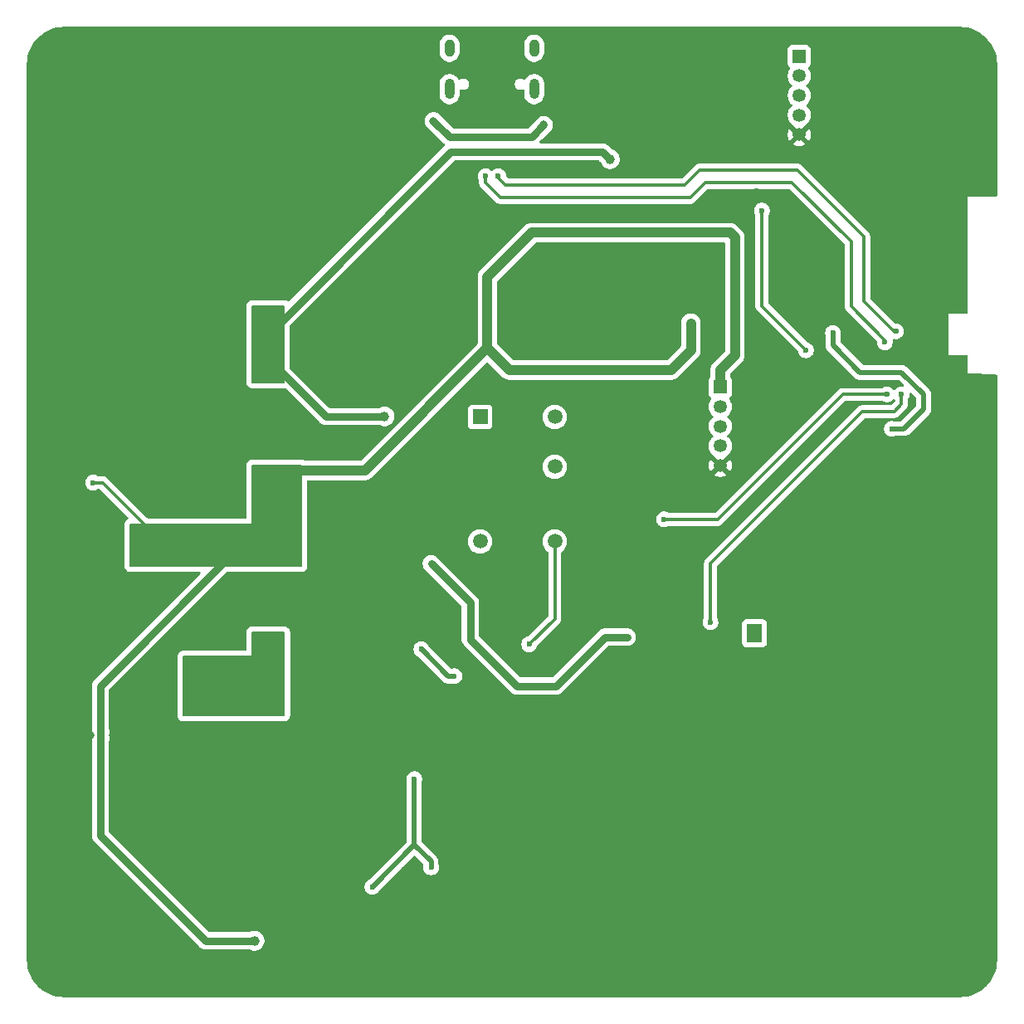
<source format=gbl>
%TF.GenerationSoftware,KiCad,Pcbnew,9.0.7*%
%TF.CreationDate,2026-02-10T21:18:12+01:00*%
%TF.ProjectId,Tesla_sextant_BT,5465736c-615f-4736-9578-74616e745f42,2.1*%
%TF.SameCoordinates,Original*%
%TF.FileFunction,Copper,L4,Bot*%
%TF.FilePolarity,Positive*%
%FSLAX46Y46*%
G04 Gerber Fmt 4.6, Leading zero omitted, Abs format (unit mm)*
G04 Created by KiCad (PCBNEW 9.0.7) date 2026-02-10 21:18:12*
%MOMM*%
%LPD*%
G01*
G04 APERTURE LIST*
%TA.AperFunction,Conductor*%
%ADD10C,0.200000*%
%TD*%
%TA.AperFunction,HeatsinkPad*%
%ADD11C,0.600000*%
%TD*%
%TA.AperFunction,ComponentPad*%
%ADD12C,4.700000*%
%TD*%
%TA.AperFunction,ConnectorPad*%
%ADD13C,7.500000*%
%TD*%
%TA.AperFunction,HeatsinkPad*%
%ADD14O,1.000000X2.100000*%
%TD*%
%TA.AperFunction,HeatsinkPad*%
%ADD15O,1.000000X1.800000*%
%TD*%
%TA.AperFunction,HeatsinkPad*%
%ADD16R,1.570000X1.890000*%
%TD*%
%TA.AperFunction,ComponentPad*%
%ADD17R,1.350000X1.350000*%
%TD*%
%TA.AperFunction,ComponentPad*%
%ADD18C,1.350000*%
%TD*%
%TA.AperFunction,ComponentPad*%
%ADD19R,1.501140X1.501140*%
%TD*%
%TA.AperFunction,ComponentPad*%
%ADD20C,1.501140*%
%TD*%
%TA.AperFunction,ViaPad*%
%ADD21C,0.600000*%
%TD*%
%TA.AperFunction,ViaPad*%
%ADD22C,1.000000*%
%TD*%
%TA.AperFunction,ViaPad*%
%ADD23C,0.800000*%
%TD*%
%TA.AperFunction,Conductor*%
%ADD24C,1.000000*%
%TD*%
%TA.AperFunction,Conductor*%
%ADD25C,0.750000*%
%TD*%
%TA.AperFunction,Conductor*%
%ADD26C,0.500000*%
%TD*%
%TA.AperFunction,Conductor*%
%ADD27C,0.300000*%
%TD*%
G04 APERTURE END LIST*
%TO.N,+3.3V*%
D10*
X122000000Y-100250000D02*
X127000000Y-100250000D01*
X127000000Y-106250000D01*
X122000000Y-106250000D01*
X122000000Y-100250000D01*
%TA.AperFunction,Conductor*%
G36*
X122000000Y-100250000D02*
G01*
X127000000Y-100250000D01*
X127000000Y-106250000D01*
X122000000Y-106250000D01*
X122000000Y-100250000D01*
G37*
%TD.AperFunction*%
%TO.N,+5V*%
X122000000Y-84000000D02*
X125250000Y-84000000D01*
X125250000Y-91750000D01*
X122000000Y-91750000D01*
X122000000Y-84000000D01*
%TA.AperFunction,Conductor*%
G36*
X122000000Y-84000000D02*
G01*
X125250000Y-84000000D01*
X125250000Y-91750000D01*
X122000000Y-91750000D01*
X122000000Y-84000000D01*
G37*
%TD.AperFunction*%
%TO.N,+3.3V*%
X109573752Y-106250000D02*
X127000000Y-106250000D01*
X127000000Y-110500000D01*
X109573752Y-110500000D01*
X109573752Y-106250000D01*
%TA.AperFunction,Conductor*%
G36*
X109573752Y-106250000D02*
G01*
X127000000Y-106250000D01*
X127000000Y-110500000D01*
X109573752Y-110500000D01*
X109573752Y-106250000D01*
G37*
%TD.AperFunction*%
%TO.N,+10V*%
X125250000Y-125770626D02*
X115000000Y-125770626D01*
X115000000Y-119750000D01*
X122000000Y-119770626D01*
X122000000Y-117270626D01*
X125250000Y-117270626D01*
X125250000Y-125770626D01*
%TA.AperFunction,Conductor*%
G36*
X125250000Y-125770626D02*
G01*
X115000000Y-125770626D01*
X115000000Y-119750000D01*
X122000000Y-119770626D01*
X122000000Y-117270626D01*
X125250000Y-117270626D01*
X125250000Y-125770626D01*
G37*
%TD.AperFunction*%
%TD*%
D11*
%TO.P,U1,19,GND*%
%TO.N,GND*%
X191600000Y-81750000D03*
X190500000Y-81750000D03*
X192150000Y-82300000D03*
X191050000Y-82300000D03*
X189950000Y-82300000D03*
X191600000Y-82850000D03*
X190500000Y-82850000D03*
X192150000Y-83400000D03*
X191050000Y-83400000D03*
X189950000Y-83400000D03*
X191600000Y-83950000D03*
X190500000Y-83950000D03*
%TD*%
D12*
%TO.P,H3,1,1*%
%TO.N,GND*%
X105500000Y-62000000D03*
D13*
X105500000Y-62000000D03*
%TD*%
D14*
%TO.P,J6,S1,SHIELD*%
%TO.N,unconnected-(J6-SHIELD-PadS1)_1*%
X150770000Y-61855000D03*
D15*
%TO.N,unconnected-(J6-SHIELD-PadS1)_2*%
X150770000Y-57675000D03*
D14*
%TO.N,unconnected-(J6-SHIELD-PadS1)*%
X142130000Y-61855000D03*
D15*
%TO.N,unconnected-(J6-SHIELD-PadS1)_3*%
X142130000Y-57675000D03*
%TD*%
D11*
%TO.P,U4,9*%
%TO.N,N/C*%
X172750000Y-116710000D03*
X172750000Y-118000000D03*
D16*
X173235000Y-117355000D03*
D11*
X173720000Y-116710000D03*
X173720000Y-118000000D03*
%TD*%
D17*
%TO.P,J3,1,Pin_1*%
%TO.N,+3.3V*%
X177800000Y-58500000D03*
D18*
%TO.P,J3,2,Pin_2*%
%TO.N,/I2C.SDA*%
X177800000Y-60500000D03*
%TO.P,J3,3,Pin_3*%
%TO.N,/I2C.SCL*%
X177800000Y-62500000D03*
%TO.P,J3,4,Pin_4*%
%TO.N,/I2C.INT*%
X177800000Y-64500000D03*
%TO.P,J3,5,Pin_5*%
%TO.N,GND*%
X177800000Y-66500000D03*
%TD*%
D12*
%TO.P,H4,1,1*%
%TO.N,GND*%
X166500000Y-62000000D03*
D13*
X166500000Y-62000000D03*
%TD*%
D12*
%TO.P,H1,1,1*%
%TO.N,GND*%
X105500000Y-148000000D03*
D13*
X105500000Y-148000000D03*
%TD*%
D12*
%TO.P,H2,1,1*%
%TO.N,GND*%
X191500000Y-148000000D03*
D13*
X191500000Y-148000000D03*
%TD*%
D17*
%TO.P,J1,1,Pin_1*%
%TO.N,+3.3V*%
X169750000Y-92250000D03*
D18*
%TO.P,J1,2,Pin_2*%
%TO.N,/RADIO.LOW*%
X169750000Y-94250000D03*
%TO.P,J1,3,Pin_3*%
%TO.N,/RADIO.HI*%
X169750000Y-96250000D03*
%TO.P,J1,4,Pin_4*%
%TO.N,/RADIO.VOL*%
X169750000Y-98250000D03*
%TO.P,J1,5,Pin_5*%
%TO.N,GND*%
X169750000Y-100250000D03*
%TD*%
D19*
%TO.P,K1,1*%
%TO.N,+5V*%
X145250000Y-95300000D03*
D20*
%TO.P,K1,6*%
%TO.N,/DAC_AMP/REL_PULLD*%
X145250000Y-108000000D03*
%TO.P,K1,7*%
%TO.N,/DAC_AMP/AUD_BUFF*%
X152870000Y-108000000D03*
%TO.P,K1,10*%
%TO.N,/DAC_AMP/AUD_RADIO*%
X152870000Y-100380000D03*
%TO.P,K1,12*%
%TO.N,/DAC_AMP/AUD_DAC_MIX*%
X152870000Y-95300000D03*
%TD*%
D21*
%TO.N,GND*%
X146500000Y-64750000D03*
X191250000Y-63000000D03*
X191500000Y-93000000D03*
D22*
X126250000Y-116000000D03*
D23*
X155790000Y-148697500D03*
X188450000Y-104300000D03*
X112750000Y-127750000D03*
D21*
X174750000Y-62500000D03*
D22*
X106250000Y-97750000D03*
D21*
X140500000Y-139250000D03*
D23*
X129750000Y-137000000D03*
X161000000Y-127750000D03*
X163250000Y-127750000D03*
D21*
X193000000Y-66250000D03*
D23*
X110250000Y-127750000D03*
D21*
X118000000Y-147500000D03*
D23*
X162290000Y-136947500D03*
D22*
X107000000Y-114250000D03*
D23*
X165750000Y-127750000D03*
D21*
X140750000Y-62250000D03*
X161750000Y-78750000D03*
D22*
X166750000Y-67000000D03*
D21*
X129750000Y-147000000D03*
X166750000Y-83750000D03*
X137500000Y-141500000D03*
X141250000Y-74250000D03*
D23*
X160040000Y-136947500D03*
D21*
X157000000Y-69750000D03*
X176500000Y-74000000D03*
X173750000Y-66000000D03*
X156500000Y-59250000D03*
X131250000Y-147000000D03*
X193000000Y-67250000D03*
X143000000Y-145750000D03*
X166750000Y-82500000D03*
D23*
X155790000Y-143447500D03*
D22*
X119750000Y-67750000D03*
D21*
X150000000Y-130750000D03*
D23*
X190950000Y-104300000D03*
D21*
X139750000Y-145750000D03*
D23*
X129540000Y-140447500D03*
D21*
X187000000Y-75750000D03*
X142500000Y-143250000D03*
D23*
X105500000Y-127750000D03*
X139000000Y-127750000D03*
X146250000Y-127750000D03*
D21*
X167500000Y-79000000D03*
X117750000Y-114250000D03*
X159750000Y-74750000D03*
X136750000Y-138000000D03*
X142500000Y-63750000D03*
D22*
X121500000Y-115750000D03*
D21*
X166750000Y-80000000D03*
D23*
X151040000Y-136947500D03*
D21*
X136500000Y-70000000D03*
D23*
X120790000Y-137000000D03*
D21*
X193000000Y-65250000D03*
D22*
X113250000Y-113750000D03*
D21*
X193000000Y-70500000D03*
X156500000Y-57250000D03*
D23*
X182000000Y-136750000D03*
D21*
X165000000Y-81250000D03*
D22*
X125750000Y-72750000D03*
D23*
X118500000Y-137000000D03*
X141500000Y-127750000D03*
X176000000Y-130750000D03*
D21*
X169000000Y-87000000D03*
D22*
X120500000Y-104250000D03*
D21*
X151250000Y-63750000D03*
X175250000Y-90500000D03*
D22*
X128750000Y-67750000D03*
D23*
X155750000Y-145000000D03*
D22*
X107500000Y-107750000D03*
X100750000Y-115000000D03*
D23*
X148790000Y-141447500D03*
X131750000Y-127750000D03*
D21*
X177600000Y-117400000D03*
X185400000Y-125800000D03*
X139750000Y-147250000D03*
D22*
X175800000Y-79600000D03*
D21*
X196750000Y-65250000D03*
D23*
X174500000Y-129250000D03*
X155790000Y-139197500D03*
D21*
X159750000Y-86000000D03*
X136750000Y-139250000D03*
X145000000Y-77750000D03*
X183500000Y-60500000D03*
X118000000Y-146000000D03*
D23*
X193000000Y-120000000D03*
X111500000Y-126000000D03*
X183250000Y-145500000D03*
D22*
X106250000Y-100250000D03*
D23*
X183250000Y-143000000D03*
D21*
X180750000Y-60000000D03*
D23*
X143750000Y-127750000D03*
X144540000Y-140697500D03*
D21*
X150250000Y-63750000D03*
D23*
X129500000Y-127750000D03*
D22*
X119500000Y-112500000D03*
D23*
X188250000Y-120000000D03*
X179000000Y-133750000D03*
X129540000Y-142697500D03*
D21*
X194000000Y-71500000D03*
D23*
X127000000Y-127750000D03*
X113250000Y-126000000D03*
X122250000Y-127750000D03*
D22*
X114250000Y-61750000D03*
X106500000Y-109750000D03*
D21*
X118000000Y-144250000D03*
D23*
X183250000Y-148000000D03*
D22*
X110750000Y-100500000D03*
D23*
X125540000Y-141447500D03*
X153790000Y-148697500D03*
X103000000Y-127750000D03*
D21*
X178600000Y-118600000D03*
D23*
X177500000Y-132250000D03*
X112500000Y-125000000D03*
D21*
X126500000Y-147000000D03*
X136750000Y-136750000D03*
X115500000Y-111750000D03*
X182750000Y-66000000D03*
D23*
X183250000Y-138250000D03*
D21*
X168000000Y-90250000D03*
X181250000Y-70750000D03*
X136750000Y-133250000D03*
D22*
X128750000Y-72750000D03*
D23*
X136750000Y-127750000D03*
D21*
X154750000Y-78000000D03*
D23*
X120790000Y-141447500D03*
X107750000Y-127750000D03*
X148790000Y-136947500D03*
D22*
X119750000Y-73000000D03*
D23*
X156000000Y-127750000D03*
D22*
X116250000Y-102500000D03*
D21*
X140500000Y-138000000D03*
D22*
X100750000Y-98500000D03*
D21*
X141500000Y-63750000D03*
X135250000Y-145500000D03*
D22*
X120500000Y-100750000D03*
D21*
X173500000Y-72250000D03*
D22*
X120500000Y-102500000D03*
D21*
X161750000Y-84250000D03*
D23*
X151250000Y-127750000D03*
X117250000Y-127750000D03*
D21*
X141500000Y-146000000D03*
D23*
X157790000Y-136947500D03*
X123250000Y-137000000D03*
X115000000Y-127750000D03*
X118500000Y-141447500D03*
D21*
X132500000Y-147000000D03*
D23*
X155790000Y-141447500D03*
X100500000Y-127750000D03*
X124750000Y-127750000D03*
D21*
X152250000Y-59250000D03*
X138500000Y-141500000D03*
D23*
X132000000Y-136947500D03*
D21*
X147250000Y-83500000D03*
D23*
X134250000Y-127750000D03*
D22*
X116250000Y-100750000D03*
D23*
X155790000Y-136947500D03*
D21*
X160250000Y-96500000D03*
X140500000Y-136750000D03*
D23*
X158040000Y-148697500D03*
X127790000Y-137000000D03*
X153500000Y-127750000D03*
D21*
X140500000Y-133250000D03*
D23*
X180500000Y-135250000D03*
X183250000Y-152750000D03*
D21*
X152000000Y-63250000D03*
D23*
X193200000Y-104300000D03*
X152040000Y-143197500D03*
X168250000Y-127750000D03*
X153540000Y-136947500D03*
D21*
X156750000Y-86000000D03*
D22*
X109000000Y-116500000D03*
D21*
X181400000Y-121600000D03*
X133750000Y-145750000D03*
X183500000Y-87500000D03*
D23*
X173000000Y-127750000D03*
D21*
X151750000Y-87750000D03*
D23*
X151040000Y-141447500D03*
D21*
X128250000Y-147000000D03*
X162750000Y-87250000D03*
X152500000Y-83250000D03*
D23*
X123250000Y-141447500D03*
D22*
X125750000Y-67750000D03*
D23*
X125540000Y-137000000D03*
D21*
X140750000Y-63250000D03*
D23*
X111750000Y-124000000D03*
X146500000Y-141250000D03*
D21*
X166750000Y-81250000D03*
D22*
X116250000Y-104250000D03*
D23*
X170750000Y-127750000D03*
X119750000Y-127750000D03*
X158500000Y-127750000D03*
X183250000Y-150250000D03*
X164290000Y-136947500D03*
D21*
X151750000Y-131000000D03*
D23*
X148750000Y-127750000D03*
X151040000Y-145447500D03*
D21*
X195500000Y-65500000D03*
D23*
X183250000Y-140500000D03*
D22*
X100500000Y-78750000D03*
D21*
%TO.N,+3.3V*%
X163000000Y-76500000D03*
X171250000Y-80500000D03*
X187250000Y-96500000D03*
D22*
X126000000Y-104250000D03*
D21*
X181250000Y-86750000D03*
X105750000Y-102000000D03*
D22*
X170750000Y-76500000D03*
X166750000Y-85750000D03*
X126000000Y-100750000D03*
X126000000Y-102500000D03*
D21*
X111250000Y-107250000D03*
D22*
X119500000Y-109750000D03*
X122250000Y-148750000D03*
%TO.N,+5V*%
X124500000Y-90250000D03*
X122750000Y-90250000D03*
X124500000Y-86000000D03*
D21*
X140250000Y-110250000D03*
X143750000Y-68250000D03*
D22*
X122750000Y-86000000D03*
X158500000Y-69000000D03*
D21*
X160250000Y-117750000D03*
D22*
X135500000Y-95250000D03*
%TO.N,+10V*%
X121000000Y-125000000D03*
X118500000Y-125000000D03*
X123500000Y-125000000D03*
D21*
X138540000Y-132250000D03*
X134250000Y-143250000D03*
X140250000Y-141250000D03*
D23*
%TO.N,VUSB*%
X140500000Y-65100000D03*
X151750000Y-65500000D03*
D21*
%TO.N,/I2C.INT*%
X178500000Y-88500000D03*
X174000000Y-74250000D03*
%TO.N,/DAC_AMP/AUD_BUFF*%
X150250000Y-118500000D03*
%TO.N,/AUDIO_SEL*%
X186750000Y-93000000D03*
X164000000Y-105750000D03*
%TO.N,/USB_ESP_D-*%
X187681846Y-86550474D03*
X147100000Y-70750000D03*
%TO.N,/AMP_SD*%
X188250000Y-93000000D03*
X168750000Y-116250000D03*
%TO.N,/USB_ESP_D+*%
X145800000Y-70750000D03*
X186550474Y-87681846D03*
%TO.N,/DAC_AMP/DIV_2.5V*%
X139250000Y-119000000D03*
X142615000Y-121750000D03*
%TD*%
D24*
%TO.N,+3.3V*%
X170750000Y-76500000D02*
X171250000Y-77000000D01*
D25*
X125157595Y-104250000D02*
X126000000Y-104250000D01*
D24*
X171250000Y-77000000D02*
X171250000Y-79750000D01*
D26*
X181250000Y-86750000D02*
X181250000Y-88000000D01*
X190500000Y-94500000D02*
X188500000Y-96500000D01*
D25*
X106500000Y-128200984D02*
X106526000Y-128174984D01*
D26*
X181250000Y-88000000D02*
X184000000Y-90750000D01*
D27*
X106750000Y-102000000D02*
X111250000Y-106500000D01*
D24*
X133500000Y-100750000D02*
X126000000Y-100750000D01*
X169750000Y-90500000D02*
X169750000Y-92250000D01*
X146000000Y-88250000D02*
X148250000Y-90500000D01*
D25*
X122250000Y-148750000D02*
X117250000Y-148750000D01*
X117250000Y-148750000D02*
X106500000Y-138000000D01*
D26*
X184000000Y-90750000D02*
X188250000Y-90750000D01*
D24*
X150500000Y-76500000D02*
X146000000Y-81000000D01*
D26*
X188500000Y-96500000D02*
X187250000Y-96500000D01*
D25*
X106526000Y-128174984D02*
X106526000Y-127325016D01*
D24*
X164750000Y-90500000D02*
X166750000Y-88500000D01*
D25*
X106500000Y-138000000D02*
X106500000Y-128200984D01*
D24*
X170750000Y-76500000D02*
X169750000Y-76500000D01*
X148250000Y-90500000D02*
X164750000Y-90500000D01*
D26*
X190500000Y-93000000D02*
X190500000Y-94500000D01*
D25*
X106500000Y-127299016D02*
X106500000Y-122750000D01*
D24*
X146000000Y-88250000D02*
X133500000Y-100750000D01*
X171250000Y-79750000D02*
X171250000Y-89000000D01*
X171250000Y-89000000D02*
X169750000Y-90500000D01*
D27*
X105750000Y-102000000D02*
X106750000Y-102000000D01*
D26*
X188250000Y-90750000D02*
X190500000Y-93000000D01*
D27*
X111250000Y-106500000D02*
X111250000Y-107250000D01*
D24*
X169750000Y-76500000D02*
X150500000Y-76500000D01*
X146000000Y-81000000D02*
X146000000Y-88250000D01*
X166750000Y-88500000D02*
X166750000Y-85750000D01*
D25*
X106500000Y-122750000D02*
X119500000Y-109750000D01*
D24*
X171250000Y-79750000D02*
X171250000Y-80500000D01*
D25*
X106526000Y-127325016D02*
X106500000Y-127299016D01*
%TO.N,+5V*%
X158500000Y-69000000D02*
X157750000Y-68250000D01*
X144250000Y-114250000D02*
X144250000Y-118000000D01*
X124500000Y-86000000D02*
X142250000Y-68250000D01*
X158000000Y-117750000D02*
X160250000Y-117750000D01*
X140250000Y-110250000D02*
X144250000Y-114250000D01*
X149000000Y-122750000D02*
X153000000Y-122750000D01*
X157750000Y-68250000D02*
X144250000Y-68250000D01*
X144250000Y-118000000D02*
X149000000Y-122750000D01*
X129500000Y-95250000D02*
X124500000Y-90250000D01*
X135500000Y-95250000D02*
X129500000Y-95250000D01*
X144250000Y-68250000D02*
X143750000Y-68250000D01*
X153000000Y-122750000D02*
X158000000Y-117750000D01*
X142250000Y-68250000D02*
X144250000Y-68250000D01*
D26*
%TO.N,+10V*%
X138540000Y-138960000D02*
X138540000Y-132250000D01*
X134250000Y-143250000D02*
X138540000Y-138960000D01*
X138540000Y-138960000D02*
X140250000Y-140670000D01*
X140250000Y-140670000D02*
X140250000Y-141250000D01*
D25*
%TO.N,VUSB*%
X142150000Y-66750000D02*
X140500000Y-65100000D01*
D27*
X151750000Y-65500000D02*
X151750000Y-65750000D01*
D25*
X151750000Y-65500000D02*
X150500000Y-66750000D01*
X150500000Y-66750000D02*
X142150000Y-66750000D01*
D27*
%TO.N,/I2C.INT*%
X174000000Y-74250000D02*
X174000000Y-84000000D01*
X174000000Y-84000000D02*
X178500000Y-88500000D01*
%TO.N,/DAC_AMP/AUD_BUFF*%
X152870000Y-115880000D02*
X152870000Y-108000000D01*
X150250000Y-118500000D02*
X152870000Y-115880000D01*
%TO.N,/AUDIO_SEL*%
X182250000Y-93000000D02*
X169500000Y-105750000D01*
X186750000Y-93000000D02*
X182250000Y-93000000D01*
X169500000Y-105750000D02*
X164000000Y-105750000D01*
%TO.N,/USB_ESP_D-*%
X147857160Y-71600000D02*
X166150000Y-71600000D01*
X187469713Y-86550474D02*
X187681846Y-86550474D01*
X147100000Y-70842840D02*
X147857160Y-71600000D01*
X147100000Y-70750000D02*
X147100000Y-70842840D01*
X167650000Y-70100000D02*
X177600000Y-70100000D01*
X184400000Y-76900000D02*
X184400000Y-83480760D01*
X166150000Y-71600000D02*
X167650000Y-70100000D01*
X177600000Y-70100000D02*
X184400000Y-76900000D01*
X184400000Y-83480760D02*
X187469713Y-86550474D01*
%TO.N,/AMP_SD*%
X187500000Y-94750000D02*
X184250000Y-94750000D01*
X188250000Y-93000000D02*
X188250000Y-94000000D01*
X184250000Y-94750000D02*
X168750000Y-110250000D01*
X188250000Y-94000000D02*
X187500000Y-94750000D01*
X168750000Y-110250000D02*
X168750000Y-116250000D01*
%TO.N,/USB_ESP_D+*%
X183100000Y-84019240D02*
X186550474Y-87469713D01*
X183100000Y-77438480D02*
X183100000Y-84019240D01*
X147318680Y-72900000D02*
X166688480Y-72900000D01*
X166688480Y-72900000D02*
X168188480Y-71400000D01*
X145800000Y-71381320D02*
X147318680Y-72900000D01*
X177061520Y-71400000D02*
X183100000Y-77438480D01*
X145800000Y-70750000D02*
X145800000Y-71381320D01*
X168188480Y-71400000D02*
X177061520Y-71400000D01*
X186550474Y-87469713D02*
X186550474Y-87681846D01*
D26*
%TO.N,/DAC_AMP/DIV_2.5V*%
X142000000Y-121750000D02*
X139250000Y-119000000D01*
X142615000Y-121750000D02*
X142000000Y-121750000D01*
%TD*%
%TA.AperFunction,Conductor*%
%TO.N,GND*%
G36*
X194203032Y-55500649D02*
G01*
X194267797Y-55503830D01*
X194566338Y-55518497D01*
X194578440Y-55519689D01*
X194935230Y-55572613D01*
X194947140Y-55574982D01*
X195297046Y-55662629D01*
X195308663Y-55666154D01*
X195648275Y-55787669D01*
X195659497Y-55792317D01*
X195985582Y-55946543D01*
X195996290Y-55952267D01*
X196305659Y-56137696D01*
X196315777Y-56144456D01*
X196605488Y-56359321D01*
X196614894Y-56367041D01*
X196882146Y-56609264D01*
X196890735Y-56617853D01*
X197056808Y-56801086D01*
X197132958Y-56885105D01*
X197140678Y-56894511D01*
X197355543Y-57184222D01*
X197362303Y-57194340D01*
X197526001Y-57467454D01*
X197547725Y-57503697D01*
X197553460Y-57514425D01*
X197585737Y-57582669D01*
X197707679Y-57840495D01*
X197712334Y-57851734D01*
X197827479Y-58173543D01*
X197833840Y-58191319D01*
X197837373Y-58202964D01*
X197925014Y-58552846D01*
X197927388Y-58564782D01*
X197980309Y-58921555D01*
X197981502Y-58933664D01*
X197999351Y-59296967D01*
X197999500Y-59303052D01*
X197999500Y-72666000D01*
X197979815Y-72733039D01*
X197927011Y-72778794D01*
X197875500Y-72790000D01*
X195000000Y-72790000D01*
X195000000Y-84626000D01*
X194980315Y-84693039D01*
X194927511Y-84738794D01*
X194876000Y-84750000D01*
X193000000Y-84750000D01*
X193000000Y-89000000D01*
X194876000Y-89000000D01*
X194943039Y-89019685D01*
X194988794Y-89072489D01*
X195000000Y-89124000D01*
X195000000Y-90890000D01*
X197879395Y-90980495D01*
X197945783Y-91002276D01*
X197989857Y-91056491D01*
X197999500Y-91104434D01*
X197999500Y-150696947D01*
X197999351Y-150703032D01*
X197981502Y-151066335D01*
X197980309Y-151078444D01*
X197927388Y-151435217D01*
X197925014Y-151447153D01*
X197837373Y-151797035D01*
X197833840Y-151808680D01*
X197712335Y-152148262D01*
X197707679Y-152159504D01*
X197553462Y-152485570D01*
X197547725Y-152496302D01*
X197362303Y-152805659D01*
X197355543Y-152815777D01*
X197140678Y-153105488D01*
X197132958Y-153114894D01*
X196890743Y-153382138D01*
X196882138Y-153390743D01*
X196614894Y-153632958D01*
X196605488Y-153640678D01*
X196315777Y-153855543D01*
X196305659Y-153862303D01*
X195996302Y-154047725D01*
X195985570Y-154053462D01*
X195659504Y-154207679D01*
X195648262Y-154212335D01*
X195308680Y-154333840D01*
X195297035Y-154337373D01*
X194947153Y-154425014D01*
X194935217Y-154427388D01*
X194578444Y-154480309D01*
X194566335Y-154481502D01*
X194203033Y-154499351D01*
X194196948Y-154499500D01*
X102803052Y-154499500D01*
X102796967Y-154499351D01*
X102433664Y-154481502D01*
X102421555Y-154480309D01*
X102064782Y-154427388D01*
X102052846Y-154425014D01*
X101702964Y-154337373D01*
X101691323Y-154333841D01*
X101351734Y-154212334D01*
X101340495Y-154207679D01*
X101014429Y-154053462D01*
X101003702Y-154047727D01*
X100694340Y-153862303D01*
X100684222Y-153855543D01*
X100394511Y-153640678D01*
X100385105Y-153632958D01*
X100342479Y-153594324D01*
X100117853Y-153390735D01*
X100109264Y-153382146D01*
X99867041Y-153114894D01*
X99859321Y-153105488D01*
X99644456Y-152815777D01*
X99637696Y-152805659D01*
X99477760Y-152538822D01*
X99452267Y-152496290D01*
X99446543Y-152485582D01*
X99292317Y-152159497D01*
X99287669Y-152148275D01*
X99166154Y-151808663D01*
X99162629Y-151797046D01*
X99074982Y-151447140D01*
X99072613Y-151435230D01*
X99019689Y-151078440D01*
X99018497Y-151066334D01*
X99000649Y-150703031D01*
X99000500Y-150696947D01*
X99000500Y-101921153D01*
X104949500Y-101921153D01*
X104949500Y-102078846D01*
X104980261Y-102233489D01*
X104980264Y-102233501D01*
X105040602Y-102379172D01*
X105040609Y-102379185D01*
X105128210Y-102510288D01*
X105128213Y-102510292D01*
X105239707Y-102621786D01*
X105239711Y-102621789D01*
X105370814Y-102709390D01*
X105370827Y-102709397D01*
X105516498Y-102769735D01*
X105516503Y-102769737D01*
X105671153Y-102800499D01*
X105671156Y-102800500D01*
X105671158Y-102800500D01*
X105828844Y-102800500D01*
X105828845Y-102800499D01*
X105983497Y-102769737D01*
X106129179Y-102709394D01*
X106186044Y-102671397D01*
X106204091Y-102665746D01*
X106220000Y-102655523D01*
X106250959Y-102651071D01*
X106252721Y-102650520D01*
X106254935Y-102650500D01*
X106429192Y-102650500D01*
X106496231Y-102670185D01*
X106516873Y-102686819D01*
X109340869Y-105510815D01*
X109374354Y-105572138D01*
X109369370Y-105641830D01*
X109327498Y-105697763D01*
X109315188Y-105705883D01*
X109205039Y-105769477D01*
X109205034Y-105769481D01*
X109093233Y-105881282D01*
X109093227Y-105881290D01*
X109014178Y-106018209D01*
X109014175Y-106018216D01*
X108973252Y-106170943D01*
X108973252Y-110579057D01*
X108996202Y-110664705D01*
X109014175Y-110731783D01*
X109014178Y-110731790D01*
X109093227Y-110868709D01*
X109093231Y-110868714D01*
X109093232Y-110868716D01*
X109205036Y-110980520D01*
X109205038Y-110980521D01*
X109205042Y-110980524D01*
X109341961Y-111059573D01*
X109341968Y-111059577D01*
X109494695Y-111100500D01*
X109652809Y-111100500D01*
X116611994Y-111100500D01*
X116679033Y-111120185D01*
X116724788Y-111172989D01*
X116734732Y-111242147D01*
X116705707Y-111305703D01*
X116699675Y-111312181D01*
X105941901Y-122069955D01*
X105882684Y-122129172D01*
X105819953Y-122191902D01*
X105724145Y-122335288D01*
X105724138Y-122335301D01*
X105658146Y-122494621D01*
X105658143Y-122494633D01*
X105624500Y-122663766D01*
X105624500Y-122663771D01*
X105624500Y-127212787D01*
X105624500Y-127385245D01*
X105624500Y-127385247D01*
X105624499Y-127385247D01*
X105648117Y-127503974D01*
X105650500Y-127528166D01*
X105650500Y-127971832D01*
X105648117Y-127996023D01*
X105624500Y-128114751D01*
X105624500Y-138086233D01*
X105658143Y-138255366D01*
X105658146Y-138255378D01*
X105724138Y-138414698D01*
X105724145Y-138414711D01*
X105819954Y-138558098D01*
X105819957Y-138558102D01*
X116691897Y-149430042D01*
X116691901Y-149430045D01*
X116835288Y-149525854D01*
X116835301Y-149525861D01*
X116994621Y-149591853D01*
X116994626Y-149591855D01*
X117163766Y-149625499D01*
X117163769Y-149625500D01*
X117163771Y-149625500D01*
X117336229Y-149625500D01*
X121724545Y-149625500D01*
X121771997Y-149634939D01*
X121958160Y-149712049D01*
X121958165Y-149712051D01*
X121958169Y-149712051D01*
X121958170Y-149712052D01*
X122151456Y-149750500D01*
X122151459Y-149750500D01*
X122348543Y-149750500D01*
X122478582Y-149724632D01*
X122541835Y-149712051D01*
X122723914Y-149636632D01*
X122887782Y-149527139D01*
X123027139Y-149387782D01*
X123136632Y-149223914D01*
X123212051Y-149041835D01*
X123250500Y-148848541D01*
X123250500Y-148651459D01*
X123250500Y-148651456D01*
X123212052Y-148458170D01*
X123212051Y-148458169D01*
X123212051Y-148458165D01*
X123212049Y-148458160D01*
X123136635Y-148276092D01*
X123136628Y-148276079D01*
X123027139Y-148112218D01*
X123027136Y-148112214D01*
X122887785Y-147972863D01*
X122887781Y-147972860D01*
X122723920Y-147863371D01*
X122723907Y-147863364D01*
X122541839Y-147787950D01*
X122541829Y-147787947D01*
X122348543Y-147749500D01*
X122348541Y-147749500D01*
X122151459Y-147749500D01*
X122151457Y-147749500D01*
X121958170Y-147787947D01*
X121958160Y-147787950D01*
X121771997Y-147865061D01*
X121724545Y-147874500D01*
X117664006Y-147874500D01*
X117596967Y-147854815D01*
X117576325Y-147838181D01*
X112909297Y-143171153D01*
X133449500Y-143171153D01*
X133449500Y-143328846D01*
X133480261Y-143483489D01*
X133480264Y-143483501D01*
X133540602Y-143629172D01*
X133540609Y-143629185D01*
X133628210Y-143760288D01*
X133628213Y-143760292D01*
X133739707Y-143871786D01*
X133739711Y-143871789D01*
X133870814Y-143959390D01*
X133870827Y-143959397D01*
X134016498Y-144019735D01*
X134016503Y-144019737D01*
X134171153Y-144050499D01*
X134171156Y-144050500D01*
X134171158Y-144050500D01*
X134328844Y-144050500D01*
X134328845Y-144050499D01*
X134483497Y-144019737D01*
X134629179Y-143959394D01*
X134760289Y-143871789D01*
X134871789Y-143760289D01*
X134959394Y-143629179D01*
X134969191Y-143605524D01*
X134996069Y-143565296D01*
X138452320Y-140109045D01*
X138513641Y-140075562D01*
X138583333Y-140080546D01*
X138627677Y-140109045D01*
X139114712Y-140596079D01*
X139442500Y-140923867D01*
X139475985Y-140985190D01*
X139476436Y-141035739D01*
X139449500Y-141171153D01*
X139449500Y-141328846D01*
X139480261Y-141483489D01*
X139480264Y-141483501D01*
X139540602Y-141629172D01*
X139540609Y-141629185D01*
X139628210Y-141760288D01*
X139628213Y-141760292D01*
X139739707Y-141871786D01*
X139739711Y-141871789D01*
X139870814Y-141959390D01*
X139870827Y-141959397D01*
X140016498Y-142019735D01*
X140016503Y-142019737D01*
X140171153Y-142050499D01*
X140171156Y-142050500D01*
X140171158Y-142050500D01*
X140328844Y-142050500D01*
X140328845Y-142050499D01*
X140483497Y-142019737D01*
X140629179Y-141959394D01*
X140760289Y-141871789D01*
X140871789Y-141760289D01*
X140959394Y-141629179D01*
X141019737Y-141483497D01*
X141050500Y-141328842D01*
X141050500Y-141171158D01*
X141050500Y-141171155D01*
X141050499Y-141171153D01*
X141019739Y-141016511D01*
X141019738Y-141016508D01*
X141019737Y-141016503D01*
X141009937Y-140992844D01*
X141000500Y-140945396D01*
X141000500Y-140596079D01*
X140971659Y-140451092D01*
X140971658Y-140451091D01*
X140971658Y-140451087D01*
X140971656Y-140451082D01*
X140915087Y-140314511D01*
X140915080Y-140314498D01*
X140832952Y-140191585D01*
X140832951Y-140191584D01*
X140728416Y-140087049D01*
X139326818Y-138685450D01*
X139293334Y-138624128D01*
X139290500Y-138597770D01*
X139290500Y-132554604D01*
X139299939Y-132507151D01*
X139309737Y-132483497D01*
X139340500Y-132328842D01*
X139340500Y-132171158D01*
X139340500Y-132171155D01*
X139340499Y-132171153D01*
X139309738Y-132016510D01*
X139309737Y-132016503D01*
X139309735Y-132016498D01*
X139249397Y-131870827D01*
X139249390Y-131870814D01*
X139161789Y-131739711D01*
X139161786Y-131739707D01*
X139050292Y-131628213D01*
X139050288Y-131628210D01*
X138919185Y-131540609D01*
X138919172Y-131540602D01*
X138773501Y-131480264D01*
X138773489Y-131480261D01*
X138618845Y-131449500D01*
X138618842Y-131449500D01*
X138461158Y-131449500D01*
X138461155Y-131449500D01*
X138306510Y-131480261D01*
X138306498Y-131480264D01*
X138160827Y-131540602D01*
X138160814Y-131540609D01*
X138029711Y-131628210D01*
X138029707Y-131628213D01*
X137918213Y-131739707D01*
X137918210Y-131739711D01*
X137830609Y-131870814D01*
X137830602Y-131870827D01*
X137770264Y-132016498D01*
X137770261Y-132016510D01*
X137739500Y-132171153D01*
X137739500Y-132328846D01*
X137770261Y-132483489D01*
X137770263Y-132483497D01*
X137780061Y-132507151D01*
X137789500Y-132554604D01*
X137789500Y-138597769D01*
X137769815Y-138664808D01*
X137753181Y-138685450D01*
X133934703Y-142503927D01*
X133894480Y-142530805D01*
X133870819Y-142540606D01*
X133870818Y-142540607D01*
X133739715Y-142628207D01*
X133739707Y-142628213D01*
X133628213Y-142739707D01*
X133628210Y-142739711D01*
X133540609Y-142870814D01*
X133540602Y-142870827D01*
X133480264Y-143016498D01*
X133480261Y-143016510D01*
X133449500Y-143171153D01*
X112909297Y-143171153D01*
X107411819Y-137673675D01*
X107378334Y-137612352D01*
X107375500Y-137585994D01*
X107375500Y-128404134D01*
X107377883Y-128379942D01*
X107401500Y-128261215D01*
X107401500Y-127238786D01*
X107401499Y-127238783D01*
X107377883Y-127120055D01*
X107375500Y-127095864D01*
X107375500Y-123164006D01*
X107395185Y-123096967D01*
X107411819Y-123076325D01*
X110738152Y-119749992D01*
X114394500Y-119749992D01*
X114394500Y-125770633D01*
X114415132Y-125927340D01*
X114415132Y-125927341D01*
X114475620Y-126073373D01*
X114475621Y-126073375D01*
X114475622Y-126073376D01*
X114571847Y-126198779D01*
X114697250Y-126295004D01*
X114843285Y-126355494D01*
X115000000Y-126376126D01*
X115000007Y-126376126D01*
X125249993Y-126376126D01*
X125250000Y-126376126D01*
X125406715Y-126355494D01*
X125552750Y-126295004D01*
X125678153Y-126198779D01*
X125774378Y-126073376D01*
X125834868Y-125927341D01*
X125855500Y-125770626D01*
X125855500Y-118921153D01*
X138449500Y-118921153D01*
X138449500Y-119078846D01*
X138480261Y-119233489D01*
X138480264Y-119233501D01*
X138540602Y-119379172D01*
X138540609Y-119379185D01*
X138628210Y-119510288D01*
X138628213Y-119510292D01*
X138739710Y-119621789D01*
X138870815Y-119709390D01*
X138870821Y-119709394D01*
X138894475Y-119719191D01*
X138934703Y-119746071D01*
X140188133Y-120999500D01*
X141417049Y-122228416D01*
X141521584Y-122332951D01*
X141521585Y-122332952D01*
X141644498Y-122415080D01*
X141644511Y-122415087D01*
X141751469Y-122459390D01*
X141781087Y-122471658D01*
X141781091Y-122471658D01*
X141781092Y-122471659D01*
X141926079Y-122500500D01*
X141926082Y-122500500D01*
X142310396Y-122500500D01*
X142357844Y-122509937D01*
X142381503Y-122519737D01*
X142381508Y-122519738D01*
X142381511Y-122519739D01*
X142536153Y-122550499D01*
X142536156Y-122550500D01*
X142536158Y-122550500D01*
X142693844Y-122550500D01*
X142693845Y-122550499D01*
X142848497Y-122519737D01*
X142994179Y-122459394D01*
X143125289Y-122371789D01*
X143236789Y-122260289D01*
X143324394Y-122129179D01*
X143384737Y-121983497D01*
X143415500Y-121828842D01*
X143415500Y-121671158D01*
X143415500Y-121671155D01*
X143415499Y-121671153D01*
X143384738Y-121516510D01*
X143384737Y-121516503D01*
X143384735Y-121516498D01*
X143324397Y-121370827D01*
X143324390Y-121370814D01*
X143236789Y-121239711D01*
X143236786Y-121239707D01*
X143125292Y-121128213D01*
X143125288Y-121128210D01*
X142994185Y-121040609D01*
X142994172Y-121040602D01*
X142848501Y-120980264D01*
X142848489Y-120980261D01*
X142693845Y-120949500D01*
X142693842Y-120949500D01*
X142536158Y-120949500D01*
X142536155Y-120949500D01*
X142375528Y-120981451D01*
X142375176Y-120979682D01*
X142313798Y-120980228D01*
X142259993Y-120948626D01*
X139996071Y-118684703D01*
X139969191Y-118644475D01*
X139959394Y-118620821D01*
X139931347Y-118578846D01*
X139871789Y-118489710D01*
X139760292Y-118378213D01*
X139760288Y-118378210D01*
X139629185Y-118290609D01*
X139629172Y-118290602D01*
X139483501Y-118230264D01*
X139483489Y-118230261D01*
X139328845Y-118199500D01*
X139328842Y-118199500D01*
X139171158Y-118199500D01*
X139171155Y-118199500D01*
X139016510Y-118230261D01*
X139016498Y-118230264D01*
X138870827Y-118290602D01*
X138870814Y-118290609D01*
X138739711Y-118378210D01*
X138739707Y-118378213D01*
X138628213Y-118489707D01*
X138628210Y-118489711D01*
X138540609Y-118620814D01*
X138540602Y-118620827D01*
X138480264Y-118766498D01*
X138480261Y-118766510D01*
X138449500Y-118921153D01*
X125855500Y-118921153D01*
X125855500Y-117270626D01*
X125834868Y-117113911D01*
X125776975Y-116974145D01*
X125774379Y-116967878D01*
X125774378Y-116967877D01*
X125774378Y-116967876D01*
X125678153Y-116842473D01*
X125552750Y-116746248D01*
X125552749Y-116746247D01*
X125552747Y-116746246D01*
X125458344Y-116707143D01*
X125406715Y-116685758D01*
X125387125Y-116683179D01*
X125250007Y-116665126D01*
X125250000Y-116665126D01*
X122000000Y-116665126D01*
X121999992Y-116665126D01*
X121843285Y-116685758D01*
X121843284Y-116685758D01*
X121697252Y-116746246D01*
X121571847Y-116842473D01*
X121475620Y-116967878D01*
X121415132Y-117113910D01*
X121415132Y-117113911D01*
X121394500Y-117270618D01*
X121394500Y-119038973D01*
X121374815Y-119106012D01*
X121322011Y-119151767D01*
X121270135Y-119162972D01*
X115001863Y-119144502D01*
X115001863Y-119144503D01*
X114999999Y-119144499D01*
X114843285Y-119165132D01*
X114843284Y-119165132D01*
X114697252Y-119225620D01*
X114571847Y-119321847D01*
X114475620Y-119447252D01*
X114415132Y-119593284D01*
X114415132Y-119593285D01*
X114394500Y-119749992D01*
X110738152Y-119749992D01*
X119351325Y-111136819D01*
X119412648Y-111103334D01*
X119439006Y-111100500D01*
X127079055Y-111100500D01*
X127079057Y-111100500D01*
X127231784Y-111059577D01*
X127368716Y-110980520D01*
X127480520Y-110868716D01*
X127559577Y-110731784D01*
X127600500Y-110579057D01*
X127600500Y-110163766D01*
X139374500Y-110163766D01*
X139374500Y-110336233D01*
X139408143Y-110505366D01*
X139408146Y-110505378D01*
X139474138Y-110664698D01*
X139474145Y-110664711D01*
X139569954Y-110808098D01*
X139569957Y-110808102D01*
X143338181Y-114576325D01*
X143371666Y-114637648D01*
X143374500Y-114664006D01*
X143374500Y-118086233D01*
X143408143Y-118255366D01*
X143408146Y-118255378D01*
X143474138Y-118414698D01*
X143474145Y-118414711D01*
X143569954Y-118558098D01*
X143569957Y-118558102D01*
X148441897Y-123430042D01*
X148441901Y-123430045D01*
X148585288Y-123525854D01*
X148585301Y-123525861D01*
X148744621Y-123591853D01*
X148744626Y-123591855D01*
X148913766Y-123625499D01*
X148913769Y-123625500D01*
X148913771Y-123625500D01*
X153086231Y-123625500D01*
X153086232Y-123625499D01*
X153255374Y-123591855D01*
X153414705Y-123525858D01*
X153558099Y-123430045D01*
X158326325Y-118661819D01*
X158387648Y-118628334D01*
X158414006Y-118625500D01*
X160336231Y-118625500D01*
X160336232Y-118625499D01*
X160505374Y-118591855D01*
X160664705Y-118525858D01*
X160808099Y-118430045D01*
X160930045Y-118308099D01*
X161025858Y-118164705D01*
X161091855Y-118005374D01*
X161125500Y-117836229D01*
X161125500Y-117663771D01*
X161125500Y-117663768D01*
X161125499Y-117663766D01*
X161091856Y-117494633D01*
X161091855Y-117494626D01*
X161091853Y-117494621D01*
X161025861Y-117335301D01*
X161025854Y-117335288D01*
X160930045Y-117191901D01*
X160930042Y-117191897D01*
X160808102Y-117069957D01*
X160808098Y-117069954D01*
X160664711Y-116974145D01*
X160664698Y-116974138D01*
X160505378Y-116908146D01*
X160505366Y-116908143D01*
X160336232Y-116874500D01*
X160336229Y-116874500D01*
X158086229Y-116874500D01*
X157913771Y-116874500D01*
X157913768Y-116874500D01*
X157744633Y-116908143D01*
X157744621Y-116908146D01*
X157585301Y-116974138D01*
X157585288Y-116974145D01*
X157441901Y-117069954D01*
X157441897Y-117069957D01*
X152673675Y-121838181D01*
X152612352Y-121871666D01*
X152585994Y-121874500D01*
X149414006Y-121874500D01*
X149346967Y-121854815D01*
X149326325Y-121838181D01*
X145909297Y-118421153D01*
X149449500Y-118421153D01*
X149449500Y-118578846D01*
X149480261Y-118733489D01*
X149480264Y-118733501D01*
X149540602Y-118879172D01*
X149540609Y-118879185D01*
X149628210Y-119010288D01*
X149628213Y-119010292D01*
X149739707Y-119121786D01*
X149739711Y-119121789D01*
X149870814Y-119209390D01*
X149870827Y-119209397D01*
X150016498Y-119269735D01*
X150016503Y-119269737D01*
X150171153Y-119300499D01*
X150171156Y-119300500D01*
X150171158Y-119300500D01*
X150328844Y-119300500D01*
X150328845Y-119300499D01*
X150483497Y-119269737D01*
X150629179Y-119209394D01*
X150760289Y-119121789D01*
X150871789Y-119010289D01*
X150959394Y-118879179D01*
X151019737Y-118733497D01*
X151033079Y-118666416D01*
X151065463Y-118604509D01*
X151066958Y-118602986D01*
X153375277Y-116294669D01*
X153446466Y-116188126D01*
X153475189Y-116118779D01*
X153495501Y-116069744D01*
X153516097Y-115966204D01*
X153520500Y-115944071D01*
X153520500Y-109136973D01*
X153540185Y-109069934D01*
X153571612Y-109036656D01*
X153685018Y-108954263D01*
X153824263Y-108815018D01*
X153940011Y-108655704D01*
X154029412Y-108480244D01*
X154090265Y-108292960D01*
X154103956Y-108206516D01*
X154121070Y-108098466D01*
X154121070Y-107901533D01*
X154090265Y-107707043D01*
X154090265Y-107707040D01*
X154029412Y-107519756D01*
X153940011Y-107344296D01*
X153925223Y-107323942D01*
X153824268Y-107184988D01*
X153824264Y-107184983D01*
X153685016Y-107045735D01*
X153685011Y-107045731D01*
X153525707Y-106929991D01*
X153525706Y-106929990D01*
X153525704Y-106929989D01*
X153350244Y-106840588D01*
X153162960Y-106779735D01*
X153162958Y-106779734D01*
X153162956Y-106779734D01*
X152968466Y-106748930D01*
X152968461Y-106748930D01*
X152771539Y-106748930D01*
X152771534Y-106748930D01*
X152577043Y-106779734D01*
X152389753Y-106840589D01*
X152214292Y-106929991D01*
X152054988Y-107045731D01*
X152054983Y-107045735D01*
X151915735Y-107184983D01*
X151915731Y-107184988D01*
X151799991Y-107344292D01*
X151710589Y-107519753D01*
X151649734Y-107707043D01*
X151618930Y-107901533D01*
X151618930Y-108098466D01*
X151649734Y-108292956D01*
X151710589Y-108480246D01*
X151799991Y-108655707D01*
X151915731Y-108815011D01*
X151915735Y-108815016D01*
X151915737Y-108815018D01*
X152054982Y-108954263D01*
X152168386Y-109036655D01*
X152211051Y-109091984D01*
X152219500Y-109136973D01*
X152219500Y-115559191D01*
X152199815Y-115626230D01*
X152183181Y-115646872D01*
X150147068Y-117682984D01*
X150085745Y-117716469D01*
X150083579Y-117716920D01*
X150016508Y-117730261D01*
X150016498Y-117730264D01*
X149870827Y-117790602D01*
X149870814Y-117790609D01*
X149739711Y-117878210D01*
X149739707Y-117878213D01*
X149628213Y-117989707D01*
X149628210Y-117989711D01*
X149540609Y-118120814D01*
X149540602Y-118120827D01*
X149480264Y-118266498D01*
X149480261Y-118266510D01*
X149449500Y-118421153D01*
X145909297Y-118421153D01*
X145161819Y-117673675D01*
X145128334Y-117612352D01*
X145125500Y-117585994D01*
X145125500Y-114163768D01*
X145125499Y-114163766D01*
X145091856Y-113994633D01*
X145091855Y-113994626D01*
X145091853Y-113994621D01*
X145025861Y-113835301D01*
X145025854Y-113835288D01*
X144930046Y-113691902D01*
X144930045Y-113691901D01*
X144808099Y-113569955D01*
X140808102Y-109569957D01*
X140808098Y-109569954D01*
X140664711Y-109474145D01*
X140664698Y-109474138D01*
X140505378Y-109408146D01*
X140505366Y-109408143D01*
X140336232Y-109374500D01*
X140336229Y-109374500D01*
X140163771Y-109374500D01*
X140163768Y-109374500D01*
X139994633Y-109408143D01*
X139994621Y-109408146D01*
X139835301Y-109474138D01*
X139835288Y-109474145D01*
X139691901Y-109569954D01*
X139691897Y-109569957D01*
X139569957Y-109691897D01*
X139569954Y-109691901D01*
X139474145Y-109835288D01*
X139474138Y-109835301D01*
X139408146Y-109994621D01*
X139408143Y-109994633D01*
X139374500Y-110163766D01*
X127600500Y-110163766D01*
X127600500Y-107901533D01*
X143998930Y-107901533D01*
X143998930Y-108098466D01*
X144029734Y-108292956D01*
X144090589Y-108480246D01*
X144179991Y-108655707D01*
X144295731Y-108815011D01*
X144295735Y-108815016D01*
X144434983Y-108954264D01*
X144434988Y-108954268D01*
X144548384Y-109036654D01*
X144594296Y-109070011D01*
X144769756Y-109159412D01*
X144957040Y-109220265D01*
X145029977Y-109231816D01*
X145151534Y-109251070D01*
X145151539Y-109251070D01*
X145348466Y-109251070D01*
X145456516Y-109233956D01*
X145542960Y-109220265D01*
X145730244Y-109159412D01*
X145905704Y-109070011D01*
X146065018Y-108954263D01*
X146204263Y-108815018D01*
X146320011Y-108655704D01*
X146409412Y-108480244D01*
X146470265Y-108292960D01*
X146483956Y-108206516D01*
X146501070Y-108098466D01*
X146501070Y-107901533D01*
X146470265Y-107707043D01*
X146470265Y-107707040D01*
X146409412Y-107519756D01*
X146320011Y-107344296D01*
X146305223Y-107323942D01*
X146204268Y-107184988D01*
X146204264Y-107184983D01*
X146065016Y-107045735D01*
X146065011Y-107045731D01*
X145905707Y-106929991D01*
X145905706Y-106929990D01*
X145905704Y-106929989D01*
X145730244Y-106840588D01*
X145542960Y-106779735D01*
X145542958Y-106779734D01*
X145542956Y-106779734D01*
X145348466Y-106748930D01*
X145348461Y-106748930D01*
X145151539Y-106748930D01*
X145151534Y-106748930D01*
X144957043Y-106779734D01*
X144769753Y-106840589D01*
X144594292Y-106929991D01*
X144434988Y-107045731D01*
X144434983Y-107045735D01*
X144295735Y-107184983D01*
X144295731Y-107184988D01*
X144179991Y-107344292D01*
X144090589Y-107519753D01*
X144029734Y-107707043D01*
X143998930Y-107901533D01*
X127600500Y-107901533D01*
X127600500Y-106170943D01*
X127600500Y-105671153D01*
X163199500Y-105671153D01*
X163199500Y-105828846D01*
X163230261Y-105983489D01*
X163230264Y-105983501D01*
X163290602Y-106129172D01*
X163290609Y-106129185D01*
X163378210Y-106260288D01*
X163378213Y-106260292D01*
X163489707Y-106371786D01*
X163489711Y-106371789D01*
X163620814Y-106459390D01*
X163620827Y-106459397D01*
X163766498Y-106519735D01*
X163766503Y-106519737D01*
X163921153Y-106550499D01*
X163921156Y-106550500D01*
X163921158Y-106550500D01*
X164078844Y-106550500D01*
X164078845Y-106550499D01*
X164233497Y-106519737D01*
X164379179Y-106459394D01*
X164436044Y-106421397D01*
X164502721Y-106400520D01*
X164504935Y-106400500D01*
X169564071Y-106400500D01*
X169648615Y-106383682D01*
X169689744Y-106375501D01*
X169808127Y-106326465D01*
X169832386Y-106310256D01*
X169914669Y-106255277D01*
X182483127Y-93686819D01*
X182544450Y-93653334D01*
X182570808Y-93650500D01*
X186245065Y-93650500D01*
X186312104Y-93670185D01*
X186313909Y-93671366D01*
X186370821Y-93709394D01*
X186370823Y-93709395D01*
X186370827Y-93709397D01*
X186516498Y-93769735D01*
X186516503Y-93769737D01*
X186662431Y-93798764D01*
X186671153Y-93800499D01*
X186671156Y-93800500D01*
X186671158Y-93800500D01*
X186828844Y-93800500D01*
X186828845Y-93800499D01*
X186983497Y-93769737D01*
X187129179Y-93709394D01*
X187260289Y-93621789D01*
X187371789Y-93510289D01*
X187372397Y-93509378D01*
X187372839Y-93509008D01*
X187375653Y-93505581D01*
X187376303Y-93506114D01*
X187426010Y-93464573D01*
X187495334Y-93455866D01*
X187558362Y-93486020D01*
X187595082Y-93545463D01*
X187599500Y-93578269D01*
X187599500Y-93679192D01*
X187579815Y-93746231D01*
X187563181Y-93766873D01*
X187266873Y-94063181D01*
X187205550Y-94096666D01*
X187179192Y-94099500D01*
X184185929Y-94099500D01*
X184060261Y-94124497D01*
X184060255Y-94124499D01*
X183941875Y-94173533D01*
X183941866Y-94173538D01*
X183835331Y-94244723D01*
X183835327Y-94244726D01*
X168244727Y-109835325D01*
X168244724Y-109835328D01*
X168174508Y-109940416D01*
X168173540Y-109941864D01*
X168173532Y-109941878D01*
X168124499Y-110060255D01*
X168124497Y-110060261D01*
X168099500Y-110185928D01*
X168099500Y-115745064D01*
X168079815Y-115812103D01*
X168078603Y-115813954D01*
X168040608Y-115870817D01*
X168040602Y-115870828D01*
X167980264Y-116016498D01*
X167980261Y-116016510D01*
X167949500Y-116171153D01*
X167949500Y-116328846D01*
X167980261Y-116483489D01*
X167980264Y-116483501D01*
X168040602Y-116629172D01*
X168040609Y-116629185D01*
X168128210Y-116760288D01*
X168128213Y-116760292D01*
X168239707Y-116871786D01*
X168239711Y-116871789D01*
X168370814Y-116959390D01*
X168370827Y-116959397D01*
X168516498Y-117019735D01*
X168516503Y-117019737D01*
X168671153Y-117050499D01*
X168671156Y-117050500D01*
X168671158Y-117050500D01*
X168828844Y-117050500D01*
X168828845Y-117050499D01*
X168983497Y-117019737D01*
X169108697Y-116967878D01*
X169129172Y-116959397D01*
X169129172Y-116959396D01*
X169129179Y-116959394D01*
X169260289Y-116871789D01*
X169371789Y-116760289D01*
X169459394Y-116629179D01*
X169519737Y-116483497D01*
X169543878Y-116362135D01*
X171949500Y-116362135D01*
X171949500Y-118347869D01*
X171949501Y-118347876D01*
X171955908Y-118407483D01*
X172006202Y-118542328D01*
X172006206Y-118542335D01*
X172092452Y-118657544D01*
X172092455Y-118657547D01*
X172207664Y-118743793D01*
X172207671Y-118743797D01*
X172252618Y-118760561D01*
X172342517Y-118794091D01*
X172402127Y-118800500D01*
X172671157Y-118800499D01*
X172671158Y-118800500D01*
X172828842Y-118800500D01*
X172828843Y-118800499D01*
X173633546Y-118800499D01*
X173633562Y-118800500D01*
X173641158Y-118800500D01*
X173806438Y-118800500D01*
X173806454Y-118800499D01*
X174067871Y-118800499D01*
X174067872Y-118800499D01*
X174127483Y-118794091D01*
X174262331Y-118743796D01*
X174377546Y-118657546D01*
X174463796Y-118542331D01*
X174514091Y-118407483D01*
X174520500Y-118347873D01*
X174520499Y-116788845D01*
X174520500Y-116788842D01*
X174520500Y-116631158D01*
X174520499Y-116631153D01*
X174520499Y-116362128D01*
X174514091Y-116302517D01*
X174511163Y-116294667D01*
X174463797Y-116167671D01*
X174463793Y-116167664D01*
X174377547Y-116052455D01*
X174377544Y-116052452D01*
X174262335Y-115966206D01*
X174262328Y-115966202D01*
X174127482Y-115915908D01*
X174127483Y-115915908D01*
X174067883Y-115909501D01*
X174067881Y-115909500D01*
X174067873Y-115909500D01*
X173798842Y-115909500D01*
X173641158Y-115909500D01*
X173641156Y-115909500D01*
X172828845Y-115909500D01*
X172828842Y-115909500D01*
X172671158Y-115909500D01*
X172671153Y-115909500D01*
X172402130Y-115909500D01*
X172402123Y-115909501D01*
X172342516Y-115915908D01*
X172207671Y-115966202D01*
X172207664Y-115966206D01*
X172092455Y-116052452D01*
X172092452Y-116052455D01*
X172006206Y-116167664D01*
X172006202Y-116167671D01*
X171955908Y-116302517D01*
X171953078Y-116328846D01*
X171949501Y-116362123D01*
X171949500Y-116362135D01*
X169543878Y-116362135D01*
X169550500Y-116328842D01*
X169550500Y-116171158D01*
X169550500Y-116171155D01*
X169550499Y-116171153D01*
X169526888Y-116052454D01*
X169519737Y-116016503D01*
X169519735Y-116016498D01*
X169459397Y-115870828D01*
X169459396Y-115870827D01*
X169459394Y-115870821D01*
X169421396Y-115813953D01*
X169400520Y-115747276D01*
X169400500Y-115745064D01*
X169400500Y-110570807D01*
X169420185Y-110503768D01*
X169436819Y-110483126D01*
X184483126Y-95436819D01*
X184544449Y-95403334D01*
X184570807Y-95400500D01*
X187564071Y-95400500D01*
X187648615Y-95383682D01*
X187689744Y-95375501D01*
X187808127Y-95326465D01*
X187811939Y-95323918D01*
X187914669Y-95255277D01*
X188755276Y-94414669D01*
X188826465Y-94308127D01*
X188875501Y-94189744D01*
X188881157Y-94161309D01*
X188890828Y-94112689D01*
X188900500Y-94064070D01*
X188900500Y-93504935D01*
X188920185Y-93437896D01*
X188921366Y-93436090D01*
X188959394Y-93379179D01*
X189019737Y-93233497D01*
X189050500Y-93078842D01*
X189050500Y-92921158D01*
X189050500Y-92915066D01*
X189052180Y-92915066D01*
X189063685Y-92854339D01*
X189111740Y-92803620D01*
X189179588Y-92786932D01*
X189245687Y-92809575D01*
X189261761Y-92823129D01*
X189713181Y-93274548D01*
X189746666Y-93335871D01*
X189749500Y-93362229D01*
X189749500Y-94137770D01*
X189729815Y-94204809D01*
X189713181Y-94225451D01*
X188225451Y-95713181D01*
X188164128Y-95746666D01*
X188137770Y-95749500D01*
X187554604Y-95749500D01*
X187507155Y-95740062D01*
X187483497Y-95730263D01*
X187483493Y-95730262D01*
X187483488Y-95730260D01*
X187328845Y-95699500D01*
X187328842Y-95699500D01*
X187171158Y-95699500D01*
X187171155Y-95699500D01*
X187016510Y-95730261D01*
X187016498Y-95730264D01*
X186870827Y-95790602D01*
X186870814Y-95790609D01*
X186739711Y-95878210D01*
X186739707Y-95878213D01*
X186628213Y-95989707D01*
X186628210Y-95989711D01*
X186540609Y-96120814D01*
X186540602Y-96120827D01*
X186480264Y-96266498D01*
X186480261Y-96266510D01*
X186449500Y-96421153D01*
X186449500Y-96578846D01*
X186480261Y-96733489D01*
X186480264Y-96733501D01*
X186540602Y-96879172D01*
X186540609Y-96879185D01*
X186628210Y-97010288D01*
X186628213Y-97010292D01*
X186739707Y-97121786D01*
X186739711Y-97121789D01*
X186870814Y-97209390D01*
X186870827Y-97209397D01*
X186968853Y-97250000D01*
X187016503Y-97269737D01*
X187143478Y-97294994D01*
X187171153Y-97300499D01*
X187171156Y-97300500D01*
X187171158Y-97300500D01*
X187328844Y-97300500D01*
X187328845Y-97300499D01*
X187405152Y-97285320D01*
X187483488Y-97269739D01*
X187483489Y-97269738D01*
X187483497Y-97269737D01*
X187507155Y-97259937D01*
X187554604Y-97250500D01*
X188573920Y-97250500D01*
X188671462Y-97231096D01*
X188718913Y-97221658D01*
X188855495Y-97165084D01*
X188920291Y-97121789D01*
X188920294Y-97121786D01*
X188920296Y-97121786D01*
X188949547Y-97102240D01*
X188978416Y-97082952D01*
X191082951Y-94978416D01*
X191153100Y-94873430D01*
X191165084Y-94855495D01*
X191221658Y-94718913D01*
X191236501Y-94644296D01*
X191250500Y-94573920D01*
X191250500Y-92926081D01*
X191244763Y-92897242D01*
X191244763Y-92897240D01*
X191221660Y-92781095D01*
X191221659Y-92781088D01*
X191167408Y-92650117D01*
X191165764Y-92645522D01*
X191082954Y-92521588D01*
X191082953Y-92521587D01*
X191082951Y-92521584D01*
X190978416Y-92417049D01*
X190543150Y-91981783D01*
X188728421Y-90167052D01*
X188728414Y-90167046D01*
X188654729Y-90117812D01*
X188654729Y-90117813D01*
X188605491Y-90084913D01*
X188468917Y-90028343D01*
X188468907Y-90028340D01*
X188323920Y-89999500D01*
X188323918Y-89999500D01*
X184362229Y-89999500D01*
X184295190Y-89979815D01*
X184274548Y-89963181D01*
X182036819Y-87725451D01*
X182003334Y-87664128D01*
X182000500Y-87637770D01*
X182000500Y-87054604D01*
X182009939Y-87007151D01*
X182019737Y-86983497D01*
X182050500Y-86828842D01*
X182050500Y-86671158D01*
X182050500Y-86671155D01*
X182050499Y-86671153D01*
X182019738Y-86516510D01*
X182019737Y-86516503D01*
X182001149Y-86471627D01*
X181959397Y-86370827D01*
X181959390Y-86370814D01*
X181871789Y-86239711D01*
X181871786Y-86239707D01*
X181760292Y-86128213D01*
X181760288Y-86128210D01*
X181629185Y-86040609D01*
X181629172Y-86040602D01*
X181483501Y-85980264D01*
X181483489Y-85980261D01*
X181328845Y-85949500D01*
X181328842Y-85949500D01*
X181171158Y-85949500D01*
X181171155Y-85949500D01*
X181016510Y-85980261D01*
X181016498Y-85980264D01*
X180870827Y-86040602D01*
X180870814Y-86040609D01*
X180739711Y-86128210D01*
X180739707Y-86128213D01*
X180628213Y-86239707D01*
X180628210Y-86239711D01*
X180540609Y-86370814D01*
X180540602Y-86370827D01*
X180480264Y-86516498D01*
X180480261Y-86516510D01*
X180449500Y-86671153D01*
X180449500Y-86828846D01*
X180480261Y-86983489D01*
X180480263Y-86983497D01*
X180490061Y-87007151D01*
X180499500Y-87054604D01*
X180499500Y-88073918D01*
X180499500Y-88073920D01*
X180499499Y-88073920D01*
X180528340Y-88218907D01*
X180528343Y-88218917D01*
X180584913Y-88355490D01*
X180584914Y-88355492D01*
X180584915Y-88355494D01*
X180584916Y-88355495D01*
X180589405Y-88362213D01*
X180589407Y-88362219D01*
X180589408Y-88362219D01*
X180667046Y-88478414D01*
X180667052Y-88478421D01*
X183417049Y-91228416D01*
X183521297Y-91332664D01*
X183521585Y-91332952D01*
X183644498Y-91415080D01*
X183644511Y-91415087D01*
X183781082Y-91471656D01*
X183781087Y-91471658D01*
X183781091Y-91471658D01*
X183781092Y-91471659D01*
X183926079Y-91500500D01*
X183926082Y-91500500D01*
X187887770Y-91500500D01*
X187954809Y-91520185D01*
X187975451Y-91536819D01*
X188426870Y-91988238D01*
X188460355Y-92049561D01*
X188455371Y-92119253D01*
X188413499Y-92175186D01*
X188348035Y-92199603D01*
X188334934Y-92199427D01*
X188334934Y-92199500D01*
X188171155Y-92199500D01*
X188016510Y-92230261D01*
X188016498Y-92230264D01*
X187870827Y-92290602D01*
X187870814Y-92290609D01*
X187739711Y-92378210D01*
X187739707Y-92378213D01*
X187628213Y-92489707D01*
X187603102Y-92527289D01*
X187549489Y-92572093D01*
X187480164Y-92580800D01*
X187417137Y-92550645D01*
X187396898Y-92527289D01*
X187388833Y-92515219D01*
X187371789Y-92489711D01*
X187371788Y-92489710D01*
X187371786Y-92489707D01*
X187260292Y-92378213D01*
X187260288Y-92378210D01*
X187129185Y-92290609D01*
X187129172Y-92290602D01*
X186983501Y-92230264D01*
X186983489Y-92230261D01*
X186828845Y-92199500D01*
X186828842Y-92199500D01*
X186671158Y-92199500D01*
X186671155Y-92199500D01*
X186516510Y-92230261D01*
X186516498Y-92230264D01*
X186370827Y-92290602D01*
X186370820Y-92290606D01*
X186342435Y-92309573D01*
X186313955Y-92328602D01*
X186247279Y-92349480D01*
X186245065Y-92349500D01*
X182185929Y-92349500D01*
X182060261Y-92374497D01*
X182060255Y-92374499D01*
X181941874Y-92423534D01*
X181835326Y-92494726D01*
X181835325Y-92494727D01*
X169266873Y-105063181D01*
X169205550Y-105096666D01*
X169179192Y-105099500D01*
X164504935Y-105099500D01*
X164437896Y-105079815D01*
X164436090Y-105078633D01*
X164379179Y-105040606D01*
X164379172Y-105040602D01*
X164233501Y-104980264D01*
X164233489Y-104980261D01*
X164078845Y-104949500D01*
X164078842Y-104949500D01*
X163921158Y-104949500D01*
X163921155Y-104949500D01*
X163766510Y-104980261D01*
X163766498Y-104980264D01*
X163620827Y-105040602D01*
X163620814Y-105040609D01*
X163489711Y-105128210D01*
X163489707Y-105128213D01*
X163378213Y-105239707D01*
X163378210Y-105239711D01*
X163290609Y-105370814D01*
X163290602Y-105370827D01*
X163230264Y-105516498D01*
X163230261Y-105516510D01*
X163199500Y-105671153D01*
X127600500Y-105671153D01*
X127600500Y-101874500D01*
X127620185Y-101807461D01*
X127672989Y-101761706D01*
X127724500Y-101750500D01*
X133598542Y-101750500D01*
X133629566Y-101744328D01*
X133695188Y-101731275D01*
X133791836Y-101712051D01*
X133845165Y-101689961D01*
X133973914Y-101636632D01*
X134137782Y-101527139D01*
X134277139Y-101387782D01*
X134277139Y-101387780D01*
X134287347Y-101377573D01*
X134287348Y-101377570D01*
X135383385Y-100281533D01*
X151618930Y-100281533D01*
X151618930Y-100478466D01*
X151649734Y-100672956D01*
X151710589Y-100860246D01*
X151799991Y-101035707D01*
X151915731Y-101195011D01*
X151915735Y-101195016D01*
X152054983Y-101334264D01*
X152054988Y-101334268D01*
X152177853Y-101423534D01*
X152214296Y-101450011D01*
X152389756Y-101539412D01*
X152577040Y-101600265D01*
X152649977Y-101611816D01*
X152771534Y-101631070D01*
X152771539Y-101631070D01*
X152968466Y-101631070D01*
X153076516Y-101613956D01*
X153162960Y-101600265D01*
X153350244Y-101539412D01*
X153525704Y-101450011D01*
X153685018Y-101334263D01*
X153824263Y-101195018D01*
X153940011Y-101035704D01*
X154029412Y-100860244D01*
X154090265Y-100672960D01*
X154118355Y-100495606D01*
X154121070Y-100478466D01*
X154121070Y-100281533D01*
X154103730Y-100172052D01*
X154095751Y-100121683D01*
X154090265Y-100087040D01*
X154029412Y-99899756D01*
X153940011Y-99724296D01*
X153874529Y-99634167D01*
X153824268Y-99564988D01*
X153824264Y-99564983D01*
X153685016Y-99425735D01*
X153685011Y-99425731D01*
X153525707Y-99309991D01*
X153525706Y-99309990D01*
X153525704Y-99309989D01*
X153350244Y-99220588D01*
X153162960Y-99159735D01*
X153162958Y-99159734D01*
X153162956Y-99159734D01*
X152968466Y-99128930D01*
X152968461Y-99128930D01*
X152771539Y-99128930D01*
X152771534Y-99128930D01*
X152577043Y-99159734D01*
X152389753Y-99220589D01*
X152214292Y-99309991D01*
X152054988Y-99425731D01*
X152054983Y-99425735D01*
X151915735Y-99564983D01*
X151915731Y-99564988D01*
X151799991Y-99724292D01*
X151710589Y-99899753D01*
X151649734Y-100087043D01*
X151618930Y-100281533D01*
X135383385Y-100281533D01*
X141163354Y-94501565D01*
X143998930Y-94501565D01*
X143998930Y-96098440D01*
X143998931Y-96098446D01*
X144005338Y-96158053D01*
X144055632Y-96292898D01*
X144055636Y-96292905D01*
X144141882Y-96408114D01*
X144141885Y-96408117D01*
X144257094Y-96494363D01*
X144257101Y-96494367D01*
X144391947Y-96544661D01*
X144391946Y-96544661D01*
X144398874Y-96545405D01*
X144451557Y-96551070D01*
X146048442Y-96551069D01*
X146108053Y-96544661D01*
X146242901Y-96494366D01*
X146358116Y-96408116D01*
X146444366Y-96292901D01*
X146494661Y-96158053D01*
X146501070Y-96098443D01*
X146501069Y-95201533D01*
X151618930Y-95201533D01*
X151618930Y-95398466D01*
X151641638Y-95541839D01*
X151649735Y-95592960D01*
X151710588Y-95780244D01*
X151786915Y-95930045D01*
X151799991Y-95955707D01*
X151915731Y-96115011D01*
X151915735Y-96115016D01*
X152054983Y-96254264D01*
X152054988Y-96254268D01*
X152108168Y-96292905D01*
X152214296Y-96370011D01*
X152389756Y-96459412D01*
X152577040Y-96520265D01*
X152649977Y-96531816D01*
X152771534Y-96551070D01*
X152771539Y-96551070D01*
X152968466Y-96551070D01*
X153076516Y-96533956D01*
X153162960Y-96520265D01*
X153350244Y-96459412D01*
X153525704Y-96370011D01*
X153685018Y-96254263D01*
X153824263Y-96115018D01*
X153940011Y-95955704D01*
X154029412Y-95780244D01*
X154090265Y-95592960D01*
X154103956Y-95506516D01*
X154121070Y-95398466D01*
X154121070Y-95201533D01*
X154100533Y-95071873D01*
X154090265Y-95007040D01*
X154029412Y-94819756D01*
X153940011Y-94644296D01*
X153888879Y-94573918D01*
X153824268Y-94484988D01*
X153824264Y-94484983D01*
X153685016Y-94345735D01*
X153685011Y-94345731D01*
X153525707Y-94229991D01*
X153525706Y-94229990D01*
X153525704Y-94229989D01*
X153350244Y-94140588D01*
X153162960Y-94079735D01*
X153162958Y-94079734D01*
X153162956Y-94079734D01*
X152968466Y-94048930D01*
X152968461Y-94048930D01*
X152771539Y-94048930D01*
X152771534Y-94048930D01*
X152577043Y-94079734D01*
X152389753Y-94140589D01*
X152214292Y-94229991D01*
X152054988Y-94345731D01*
X152054983Y-94345735D01*
X151915735Y-94484983D01*
X151915731Y-94484988D01*
X151799991Y-94644292D01*
X151710589Y-94819753D01*
X151649734Y-95007043D01*
X151618930Y-95201533D01*
X146501069Y-95201533D01*
X146501069Y-94501558D01*
X146494661Y-94441947D01*
X146465984Y-94365061D01*
X146444367Y-94307101D01*
X146444363Y-94307094D01*
X146358117Y-94191885D01*
X146358114Y-94191882D01*
X146242905Y-94105636D01*
X146242898Y-94105632D01*
X146108052Y-94055338D01*
X146108053Y-94055338D01*
X146048453Y-94048931D01*
X146048451Y-94048930D01*
X146048443Y-94048930D01*
X146048434Y-94048930D01*
X144451559Y-94048930D01*
X144451553Y-94048931D01*
X144391946Y-94055338D01*
X144257101Y-94105632D01*
X144257094Y-94105636D01*
X144141885Y-94191882D01*
X144141882Y-94191885D01*
X144055636Y-94307094D01*
X144055632Y-94307101D01*
X144005338Y-94441947D01*
X144000712Y-94484982D01*
X143998931Y-94501553D01*
X143998930Y-94501565D01*
X141163354Y-94501565D01*
X145912320Y-89752599D01*
X145973641Y-89719116D01*
X146043333Y-89724100D01*
X146087680Y-89752601D01*
X147612215Y-91277137D01*
X147612219Y-91277140D01*
X147776079Y-91386628D01*
X147776085Y-91386631D01*
X147776086Y-91386632D01*
X147958165Y-91462052D01*
X148151455Y-91500500D01*
X148151458Y-91500501D01*
X148151460Y-91500501D01*
X148354655Y-91500501D01*
X148354675Y-91500500D01*
X164848543Y-91500500D01*
X164885597Y-91493128D01*
X164993538Y-91471658D01*
X165041836Y-91462051D01*
X165095165Y-91439961D01*
X165223914Y-91386632D01*
X165387782Y-91277139D01*
X165527139Y-91137782D01*
X165527140Y-91137779D01*
X165534206Y-91130714D01*
X165534209Y-91130710D01*
X167387778Y-89277141D01*
X167387782Y-89277139D01*
X167527139Y-89137782D01*
X167636632Y-88973914D01*
X167712051Y-88791835D01*
X167712051Y-88791832D01*
X167712053Y-88791828D01*
X167725562Y-88723915D01*
X167750499Y-88598544D01*
X167750500Y-88598541D01*
X167750500Y-85651456D01*
X167712052Y-85458170D01*
X167712051Y-85458169D01*
X167712051Y-85458165D01*
X167712049Y-85458160D01*
X167636635Y-85276092D01*
X167636628Y-85276079D01*
X167527139Y-85112218D01*
X167527136Y-85112214D01*
X167387785Y-84972863D01*
X167387781Y-84972860D01*
X167223920Y-84863371D01*
X167223907Y-84863364D01*
X167041839Y-84787950D01*
X167041829Y-84787947D01*
X166848543Y-84749500D01*
X166848541Y-84749500D01*
X166651459Y-84749500D01*
X166651457Y-84749500D01*
X166458170Y-84787947D01*
X166458160Y-84787950D01*
X166276092Y-84863364D01*
X166276079Y-84863371D01*
X166112218Y-84972860D01*
X166112214Y-84972863D01*
X165972863Y-85112214D01*
X165972860Y-85112218D01*
X165863371Y-85276079D01*
X165863364Y-85276092D01*
X165787950Y-85458160D01*
X165787947Y-85458170D01*
X165749500Y-85651456D01*
X165749500Y-88034218D01*
X165729815Y-88101257D01*
X165713181Y-88121899D01*
X164371899Y-89463181D01*
X164310576Y-89496666D01*
X164284218Y-89499500D01*
X148715783Y-89499500D01*
X148648744Y-89479815D01*
X148628102Y-89463181D01*
X147036819Y-87871898D01*
X147003334Y-87810575D01*
X147000500Y-87784217D01*
X147000500Y-81465782D01*
X147020185Y-81398743D01*
X147036819Y-81378101D01*
X150878101Y-77536819D01*
X150939424Y-77503334D01*
X150965782Y-77500500D01*
X169651459Y-77500500D01*
X170125500Y-77500500D01*
X170192539Y-77520185D01*
X170238294Y-77572989D01*
X170249500Y-77624500D01*
X170249500Y-88534217D01*
X170229815Y-88601256D01*
X170213181Y-88621898D01*
X169112220Y-89722859D01*
X169112218Y-89722861D01*
X169042538Y-89792540D01*
X168972859Y-89862219D01*
X168863371Y-90026079D01*
X168863364Y-90026092D01*
X168787950Y-90208160D01*
X168787947Y-90208170D01*
X168749500Y-90401456D01*
X168749500Y-91134045D01*
X168729815Y-91201084D01*
X168722504Y-91210157D01*
X168722768Y-91210355D01*
X168631206Y-91332664D01*
X168631202Y-91332671D01*
X168580908Y-91467517D01*
X168575246Y-91520185D01*
X168574501Y-91527123D01*
X168574500Y-91527135D01*
X168574500Y-92972870D01*
X168574501Y-92972876D01*
X168580908Y-93032483D01*
X168631202Y-93167328D01*
X168631206Y-93167335D01*
X168717452Y-93282544D01*
X168717453Y-93282544D01*
X168717454Y-93282546D01*
X168755286Y-93310867D01*
X168802539Y-93346241D01*
X168844409Y-93402175D01*
X168849393Y-93471867D01*
X168828545Y-93518392D01*
X168744624Y-93633900D01*
X168660620Y-93798764D01*
X168660619Y-93798767D01*
X168603445Y-93974734D01*
X168589296Y-94064069D01*
X168574500Y-94157486D01*
X168574500Y-94342514D01*
X168578071Y-94365061D01*
X168603445Y-94525265D01*
X168660619Y-94701232D01*
X168660620Y-94701235D01*
X168744622Y-94866096D01*
X168853379Y-95015787D01*
X168984213Y-95146621D01*
X168988421Y-95149678D01*
X168988432Y-95149686D01*
X169031094Y-95205019D01*
X169037069Y-95274633D01*
X169004459Y-95336426D01*
X168988432Y-95350314D01*
X168984210Y-95353381D01*
X168853381Y-95484210D01*
X168853381Y-95484211D01*
X168853379Y-95484213D01*
X168811514Y-95541835D01*
X168744622Y-95633903D01*
X168660620Y-95798764D01*
X168660619Y-95798767D01*
X168603445Y-95974734D01*
X168574500Y-96157486D01*
X168574500Y-96342513D01*
X168603445Y-96525265D01*
X168660619Y-96701232D01*
X168660620Y-96701235D01*
X168677059Y-96733497D01*
X168744622Y-96866096D01*
X168853379Y-97015787D01*
X168984213Y-97146621D01*
X168988421Y-97149678D01*
X168988432Y-97149686D01*
X169031094Y-97205019D01*
X169037069Y-97274633D01*
X169004459Y-97336426D01*
X168988432Y-97350314D01*
X168984210Y-97353381D01*
X168853381Y-97484210D01*
X168853381Y-97484211D01*
X168853379Y-97484213D01*
X168806672Y-97548499D01*
X168744622Y-97633903D01*
X168660620Y-97798764D01*
X168660619Y-97798767D01*
X168603445Y-97974734D01*
X168574500Y-98157486D01*
X168574500Y-98342513D01*
X168603445Y-98525265D01*
X168660619Y-98701232D01*
X168660620Y-98701235D01*
X168744622Y-98866096D01*
X168853379Y-99015787D01*
X168984213Y-99146621D01*
X169002261Y-99159734D01*
X169058831Y-99200834D01*
X169073806Y-99220254D01*
X169703554Y-99850000D01*
X169697339Y-99850000D01*
X169595606Y-99877259D01*
X169504394Y-99929920D01*
X169429920Y-100004394D01*
X169377259Y-100095606D01*
X169350000Y-100197339D01*
X169350000Y-100203553D01*
X168760015Y-99613568D01*
X168745049Y-99634167D01*
X168661084Y-99798956D01*
X168661083Y-99798959D01*
X168603933Y-99974852D01*
X168575000Y-100157526D01*
X168575000Y-100342473D01*
X168603933Y-100525147D01*
X168661083Y-100701040D01*
X168661084Y-100701043D01*
X168745050Y-100865834D01*
X168760015Y-100886430D01*
X168760016Y-100886431D01*
X169350000Y-100296447D01*
X169350000Y-100302661D01*
X169377259Y-100404394D01*
X169429920Y-100495606D01*
X169504394Y-100570080D01*
X169595606Y-100622741D01*
X169697339Y-100650000D01*
X169703553Y-100650000D01*
X169113568Y-101239983D01*
X169113568Y-101239984D01*
X169134165Y-101254949D01*
X169298956Y-101338915D01*
X169298959Y-101338916D01*
X169474852Y-101396066D01*
X169657527Y-101425000D01*
X169842473Y-101425000D01*
X170025147Y-101396066D01*
X170201040Y-101338916D01*
X170201043Y-101338915D01*
X170365836Y-101254947D01*
X170365845Y-101254942D01*
X170386430Y-101239984D01*
X170386431Y-101239983D01*
X169796448Y-100650000D01*
X169802661Y-100650000D01*
X169904394Y-100622741D01*
X169995606Y-100570080D01*
X170070080Y-100495606D01*
X170122741Y-100404394D01*
X170150000Y-100302661D01*
X170150000Y-100296447D01*
X170739983Y-100886430D01*
X170739984Y-100886430D01*
X170754942Y-100865845D01*
X170754947Y-100865836D01*
X170838915Y-100701043D01*
X170838916Y-100701040D01*
X170896066Y-100525147D01*
X170925000Y-100342473D01*
X170925000Y-100157526D01*
X170896066Y-99974852D01*
X170838916Y-99798959D01*
X170838915Y-99798956D01*
X170754949Y-99634165D01*
X170739983Y-99613568D01*
X170150000Y-100203551D01*
X170150000Y-100197339D01*
X170122741Y-100095606D01*
X170070080Y-100004394D01*
X169995606Y-99929920D01*
X169904394Y-99877259D01*
X169802661Y-99850000D01*
X169796447Y-99850000D01*
X170410675Y-99235771D01*
X170441165Y-99200836D01*
X170515787Y-99146621D01*
X170646621Y-99015787D01*
X170755378Y-98866096D01*
X170839379Y-98701235D01*
X170896555Y-98525264D01*
X170925500Y-98342514D01*
X170925500Y-98157486D01*
X170896555Y-97974736D01*
X170839379Y-97798765D01*
X170839379Y-97798764D01*
X170755377Y-97633903D01*
X170646621Y-97484213D01*
X170515787Y-97353379D01*
X170511576Y-97350319D01*
X170468909Y-97294994D01*
X170462926Y-97225381D01*
X170495529Y-97163585D01*
X170511570Y-97149684D01*
X170515787Y-97146621D01*
X170646621Y-97015787D01*
X170755378Y-96866096D01*
X170839379Y-96701235D01*
X170896555Y-96525264D01*
X170925500Y-96342514D01*
X170925500Y-96157486D01*
X170896555Y-95974736D01*
X170839379Y-95798765D01*
X170839379Y-95798764D01*
X170755377Y-95633903D01*
X170725630Y-95592960D01*
X170646621Y-95484213D01*
X170515787Y-95353379D01*
X170511576Y-95350319D01*
X170468909Y-95294994D01*
X170462926Y-95225381D01*
X170495529Y-95163585D01*
X170511570Y-95149684D01*
X170515787Y-95146621D01*
X170646621Y-95015787D01*
X170755378Y-94866096D01*
X170839379Y-94701235D01*
X170896555Y-94525264D01*
X170925500Y-94342514D01*
X170925500Y-94157486D01*
X170896555Y-93974736D01*
X170839943Y-93800500D01*
X170839380Y-93798767D01*
X170839379Y-93798764D01*
X170793840Y-93709390D01*
X170755378Y-93633904D01*
X170671453Y-93518392D01*
X170647974Y-93452586D01*
X170663799Y-93384532D01*
X170697459Y-93346241D01*
X170782546Y-93282546D01*
X170868796Y-93167331D01*
X170919091Y-93032483D01*
X170925500Y-92972873D01*
X170925499Y-91527128D01*
X170919091Y-91467517D01*
X170917052Y-91462051D01*
X170868797Y-91332671D01*
X170868793Y-91332664D01*
X170777232Y-91210355D01*
X170779625Y-91208563D01*
X170772105Y-91194783D01*
X170755523Y-91168980D01*
X170754628Y-91162757D01*
X170753327Y-91160373D01*
X170750500Y-91134045D01*
X170750500Y-90965782D01*
X170770185Y-90898743D01*
X170786819Y-90878101D01*
X172027136Y-89637785D01*
X172027136Y-89637784D01*
X172027139Y-89637782D01*
X172039074Y-89619919D01*
X172062463Y-89584917D01*
X172062463Y-89584916D01*
X172136632Y-89473914D01*
X172212051Y-89291835D01*
X172228451Y-89209390D01*
X172250500Y-89098543D01*
X172250500Y-76901456D01*
X172212052Y-76708170D01*
X172212051Y-76708169D01*
X172212051Y-76708165D01*
X172212049Y-76708160D01*
X172136635Y-76526092D01*
X172136628Y-76526079D01*
X172027139Y-76362218D01*
X172027136Y-76362214D01*
X171884686Y-76219764D01*
X171884655Y-76219735D01*
X171531479Y-75866559D01*
X171531459Y-75866537D01*
X171387785Y-75722863D01*
X171387781Y-75722860D01*
X171223920Y-75613371D01*
X171223911Y-75613366D01*
X171151315Y-75583296D01*
X171095165Y-75560038D01*
X171041836Y-75537949D01*
X171041832Y-75537948D01*
X171041828Y-75537946D01*
X170945188Y-75518724D01*
X170848544Y-75499500D01*
X170848541Y-75499500D01*
X169848541Y-75499500D01*
X150401459Y-75499500D01*
X150401455Y-75499500D01*
X150304812Y-75518724D01*
X150208167Y-75537947D01*
X150208161Y-75537949D01*
X150154834Y-75560037D01*
X150154834Y-75560038D01*
X150109315Y-75578892D01*
X150026089Y-75613366D01*
X150026079Y-75613371D01*
X149862219Y-75722859D01*
X149792540Y-75792538D01*
X149722861Y-75862218D01*
X149722858Y-75862221D01*
X145362221Y-80222858D01*
X145362218Y-80222861D01*
X145292538Y-80292540D01*
X145222859Y-80362219D01*
X145113371Y-80526079D01*
X145113364Y-80526092D01*
X145037950Y-80708160D01*
X145037947Y-80708170D01*
X144999500Y-80901456D01*
X144999500Y-87784217D01*
X144979815Y-87851256D01*
X144963181Y-87871898D01*
X133121899Y-99713181D01*
X133060576Y-99746666D01*
X133034218Y-99749500D01*
X127367334Y-99749500D01*
X127305334Y-99732887D01*
X127231786Y-99690424D01*
X127231785Y-99690423D01*
X127231784Y-99690423D01*
X127079057Y-99649500D01*
X122079057Y-99649500D01*
X121920943Y-99649500D01*
X121768216Y-99690423D01*
X121768209Y-99690426D01*
X121631290Y-99769475D01*
X121631282Y-99769481D01*
X121519481Y-99881282D01*
X121519475Y-99881290D01*
X121440426Y-100018209D01*
X121440423Y-100018216D01*
X121399500Y-100170943D01*
X121399500Y-105525500D01*
X121379815Y-105592539D01*
X121327011Y-105638294D01*
X121275500Y-105649500D01*
X111370808Y-105649500D01*
X111303769Y-105629815D01*
X111283127Y-105613181D01*
X107164674Y-101494727D01*
X107164673Y-101494726D01*
X107164669Y-101494723D01*
X107058127Y-101423535D01*
X106939744Y-101374499D01*
X106939738Y-101374497D01*
X106814071Y-101349500D01*
X106814069Y-101349500D01*
X106254935Y-101349500D01*
X106187896Y-101329815D01*
X106186090Y-101328633D01*
X106129179Y-101290606D01*
X106129172Y-101290602D01*
X105983501Y-101230264D01*
X105983489Y-101230261D01*
X105828845Y-101199500D01*
X105828842Y-101199500D01*
X105671158Y-101199500D01*
X105671155Y-101199500D01*
X105516510Y-101230261D01*
X105516498Y-101230264D01*
X105370827Y-101290602D01*
X105370814Y-101290609D01*
X105239711Y-101378210D01*
X105239707Y-101378213D01*
X105128213Y-101489707D01*
X105128210Y-101489711D01*
X105040609Y-101620814D01*
X105040602Y-101620827D01*
X104980264Y-101766498D01*
X104980261Y-101766510D01*
X104949500Y-101921153D01*
X99000500Y-101921153D01*
X99000500Y-83920943D01*
X121399500Y-83920943D01*
X121399500Y-91829056D01*
X121440423Y-91981783D01*
X121440426Y-91981790D01*
X121519475Y-92118709D01*
X121519479Y-92118714D01*
X121519480Y-92118716D01*
X121631284Y-92230520D01*
X121631286Y-92230521D01*
X121631290Y-92230524D01*
X121735350Y-92290602D01*
X121768216Y-92309577D01*
X121920943Y-92350500D01*
X121920945Y-92350500D01*
X125310994Y-92350500D01*
X125378033Y-92370185D01*
X125398675Y-92386819D01*
X128819955Y-95808099D01*
X128890066Y-95878210D01*
X128941902Y-95930046D01*
X129085288Y-96025854D01*
X129085301Y-96025861D01*
X129244621Y-96091853D01*
X129244626Y-96091855D01*
X129413766Y-96125499D01*
X129413769Y-96125500D01*
X129413771Y-96125500D01*
X134974545Y-96125500D01*
X135021997Y-96134939D01*
X135208160Y-96212049D01*
X135208165Y-96212051D01*
X135208169Y-96212051D01*
X135208170Y-96212052D01*
X135401456Y-96250500D01*
X135401459Y-96250500D01*
X135598543Y-96250500D01*
X135728582Y-96224632D01*
X135791835Y-96212051D01*
X135973914Y-96136632D01*
X136137782Y-96027139D01*
X136277139Y-95887782D01*
X136386632Y-95723914D01*
X136462051Y-95541835D01*
X136495137Y-95375502D01*
X136500500Y-95348543D01*
X136500500Y-95151456D01*
X136462052Y-94958170D01*
X136462051Y-94958169D01*
X136462051Y-94958165D01*
X136462049Y-94958160D01*
X136386635Y-94776092D01*
X136386628Y-94776079D01*
X136277139Y-94612218D01*
X136277136Y-94612214D01*
X136137785Y-94472863D01*
X136137781Y-94472860D01*
X135973920Y-94363371D01*
X135973907Y-94363364D01*
X135791839Y-94287950D01*
X135791829Y-94287947D01*
X135598543Y-94249500D01*
X135598541Y-94249500D01*
X135401459Y-94249500D01*
X135401457Y-94249500D01*
X135208170Y-94287947D01*
X135208160Y-94287950D01*
X135021997Y-94365061D01*
X134974545Y-94374500D01*
X129914006Y-94374500D01*
X129846967Y-94354815D01*
X129826325Y-94338181D01*
X125886819Y-90398675D01*
X125853334Y-90337352D01*
X125850500Y-90310994D01*
X125850500Y-85939006D01*
X125870185Y-85871967D01*
X125886819Y-85851325D01*
X137566991Y-74171153D01*
X173199500Y-74171153D01*
X173199500Y-74328846D01*
X173230261Y-74483489D01*
X173230264Y-74483501D01*
X173290602Y-74629172D01*
X173290606Y-74629179D01*
X173328602Y-74686044D01*
X173349480Y-74752721D01*
X173349500Y-74754935D01*
X173349500Y-84064069D01*
X173349500Y-84064071D01*
X173349499Y-84064071D01*
X173374497Y-84189738D01*
X173374498Y-84189742D01*
X173374499Y-84189744D01*
X173423535Y-84308127D01*
X173436391Y-84327367D01*
X173494726Y-84414673D01*
X173494727Y-84414674D01*
X177682984Y-88602930D01*
X177716469Y-88664253D01*
X177716920Y-88666420D01*
X177730261Y-88733489D01*
X177730264Y-88733501D01*
X177790602Y-88879172D01*
X177790609Y-88879185D01*
X177878210Y-89010288D01*
X177878213Y-89010292D01*
X177989707Y-89121786D01*
X177989711Y-89121789D01*
X178120814Y-89209390D01*
X178120827Y-89209397D01*
X178266498Y-89269735D01*
X178266503Y-89269737D01*
X178377617Y-89291839D01*
X178421153Y-89300499D01*
X178421156Y-89300500D01*
X178421158Y-89300500D01*
X178578844Y-89300500D01*
X178578845Y-89300499D01*
X178733497Y-89269737D01*
X178879179Y-89209394D01*
X179010289Y-89121789D01*
X179121789Y-89010289D01*
X179209394Y-88879179D01*
X179269737Y-88733497D01*
X179300500Y-88578842D01*
X179300500Y-88421158D01*
X179300500Y-88421155D01*
X179300499Y-88421153D01*
X179269738Y-88266510D01*
X179269737Y-88266503D01*
X179269735Y-88266498D01*
X179209397Y-88120827D01*
X179209390Y-88120814D01*
X179121789Y-87989711D01*
X179121786Y-87989707D01*
X179010292Y-87878213D01*
X179010288Y-87878210D01*
X178879185Y-87790609D01*
X178879172Y-87790602D01*
X178733501Y-87730264D01*
X178733489Y-87730261D01*
X178666420Y-87716920D01*
X178604509Y-87684535D01*
X178602930Y-87682984D01*
X174686819Y-83766873D01*
X174653334Y-83705550D01*
X174650500Y-83679192D01*
X174650500Y-74754935D01*
X174670185Y-74687896D01*
X174671366Y-74686090D01*
X174709394Y-74629179D01*
X174769737Y-74483497D01*
X174800500Y-74328842D01*
X174800500Y-74171158D01*
X174800500Y-74171155D01*
X174800499Y-74171153D01*
X174769738Y-74016510D01*
X174769737Y-74016503D01*
X174769735Y-74016498D01*
X174709397Y-73870827D01*
X174709390Y-73870814D01*
X174621789Y-73739711D01*
X174621786Y-73739707D01*
X174510292Y-73628213D01*
X174510288Y-73628210D01*
X174379185Y-73540609D01*
X174379172Y-73540602D01*
X174233501Y-73480264D01*
X174233489Y-73480261D01*
X174078845Y-73449500D01*
X174078842Y-73449500D01*
X173921158Y-73449500D01*
X173921155Y-73449500D01*
X173766510Y-73480261D01*
X173766498Y-73480264D01*
X173620827Y-73540602D01*
X173620814Y-73540609D01*
X173489711Y-73628210D01*
X173489707Y-73628213D01*
X173378213Y-73739707D01*
X173378210Y-73739711D01*
X173290609Y-73870814D01*
X173290602Y-73870827D01*
X173230264Y-74016498D01*
X173230261Y-74016510D01*
X173199500Y-74171153D01*
X137566991Y-74171153D01*
X141066991Y-70671153D01*
X144999500Y-70671153D01*
X144999500Y-70828846D01*
X145030261Y-70983489D01*
X145030264Y-70983501D01*
X145090602Y-71129172D01*
X145090606Y-71129179D01*
X145128602Y-71186044D01*
X145149480Y-71252721D01*
X145149500Y-71254935D01*
X145149500Y-71445389D01*
X145149500Y-71445391D01*
X145149499Y-71445391D01*
X145174497Y-71571058D01*
X145174499Y-71571064D01*
X145223534Y-71689445D01*
X145294726Y-71795993D01*
X146904006Y-73405273D01*
X146904009Y-73405275D01*
X146904011Y-73405277D01*
X147010553Y-73476465D01*
X147128936Y-73525501D01*
X147128940Y-73525501D01*
X147128941Y-73525502D01*
X147254608Y-73550500D01*
X147254611Y-73550500D01*
X166752551Y-73550500D01*
X166837095Y-73533682D01*
X166878224Y-73525501D01*
X166996607Y-73476465D01*
X167103149Y-73405277D01*
X168421607Y-72086819D01*
X168482930Y-72053334D01*
X168509288Y-72050500D01*
X176740712Y-72050500D01*
X176807751Y-72070185D01*
X176828393Y-72086819D01*
X182413181Y-77671607D01*
X182446666Y-77732930D01*
X182449500Y-77759288D01*
X182449500Y-84083310D01*
X182470672Y-84189743D01*
X182470673Y-84189747D01*
X182474499Y-84208983D01*
X182474499Y-84208984D01*
X182515565Y-84308127D01*
X182523535Y-84327367D01*
X182581870Y-84414673D01*
X182594726Y-84433913D01*
X182594727Y-84433914D01*
X185713655Y-87552840D01*
X185747140Y-87614163D01*
X185749974Y-87640521D01*
X185749974Y-87760692D01*
X185780735Y-87915335D01*
X185780738Y-87915347D01*
X185841076Y-88061018D01*
X185841083Y-88061031D01*
X185928684Y-88192134D01*
X185928687Y-88192138D01*
X186040181Y-88303632D01*
X186040185Y-88303635D01*
X186171288Y-88391236D01*
X186171301Y-88391243D01*
X186316972Y-88451581D01*
X186316977Y-88451583D01*
X186451865Y-88478414D01*
X186471627Y-88482345D01*
X186471630Y-88482346D01*
X186471632Y-88482346D01*
X186629318Y-88482346D01*
X186629319Y-88482345D01*
X186783971Y-88451583D01*
X186929653Y-88391240D01*
X187060763Y-88303635D01*
X187172263Y-88192135D01*
X187259868Y-88061025D01*
X187320211Y-87915343D01*
X187350974Y-87760688D01*
X187350974Y-87603004D01*
X187350974Y-87603001D01*
X187324599Y-87470408D01*
X187330826Y-87400816D01*
X187373689Y-87345639D01*
X187439579Y-87322394D01*
X187470408Y-87324599D01*
X187603001Y-87350974D01*
X187603004Y-87350974D01*
X187760690Y-87350974D01*
X187760691Y-87350973D01*
X187915343Y-87320211D01*
X188061025Y-87259868D01*
X188192135Y-87172263D01*
X188303635Y-87060763D01*
X188391240Y-86929653D01*
X188451583Y-86783971D01*
X188482346Y-86629316D01*
X188482346Y-86471632D01*
X188482346Y-86471629D01*
X188482345Y-86471627D01*
X188451583Y-86316977D01*
X188419577Y-86239707D01*
X188391243Y-86171301D01*
X188391236Y-86171288D01*
X188303635Y-86040185D01*
X188303632Y-86040181D01*
X188192138Y-85928687D01*
X188192134Y-85928684D01*
X188061031Y-85841083D01*
X188061018Y-85841076D01*
X187915347Y-85780738D01*
X187915335Y-85780735D01*
X187760691Y-85749974D01*
X187760688Y-85749974D01*
X187640521Y-85749974D01*
X187573482Y-85730289D01*
X187552840Y-85713655D01*
X185086819Y-83247633D01*
X185053334Y-83186310D01*
X185050500Y-83159952D01*
X185050500Y-76835928D01*
X185025502Y-76710261D01*
X185025501Y-76710260D01*
X185025501Y-76710256D01*
X184976465Y-76591873D01*
X184976464Y-76591872D01*
X184976461Y-76591866D01*
X184905277Y-76485332D01*
X184905276Y-76485331D01*
X184814669Y-76394724D01*
X183137265Y-74717320D01*
X178014674Y-69594727D01*
X178014673Y-69594726D01*
X178014669Y-69594723D01*
X177908127Y-69523535D01*
X177789744Y-69474499D01*
X177786807Y-69473914D01*
X177786803Y-69473912D01*
X177786803Y-69473914D01*
X177664071Y-69449500D01*
X177664069Y-69449500D01*
X167585931Y-69449500D01*
X167585929Y-69449500D01*
X167463197Y-69473914D01*
X167463192Y-69473915D01*
X167460259Y-69474498D01*
X167460255Y-69474499D01*
X167341870Y-69523535D01*
X167235331Y-69594722D01*
X167235324Y-69594728D01*
X165916873Y-70913181D01*
X165855550Y-70946666D01*
X165829192Y-70949500D01*
X148177968Y-70949500D01*
X148148527Y-70940855D01*
X148118541Y-70934332D01*
X148113525Y-70930577D01*
X148110929Y-70929815D01*
X148090287Y-70913181D01*
X147936819Y-70759713D01*
X147903334Y-70698390D01*
X147900500Y-70672032D01*
X147900500Y-70671155D01*
X147900499Y-70671153D01*
X147869738Y-70516510D01*
X147869737Y-70516503D01*
X147869735Y-70516498D01*
X147809397Y-70370827D01*
X147809390Y-70370814D01*
X147721789Y-70239711D01*
X147721786Y-70239707D01*
X147610292Y-70128213D01*
X147610288Y-70128210D01*
X147479185Y-70040609D01*
X147479172Y-70040602D01*
X147333501Y-69980264D01*
X147333489Y-69980261D01*
X147178845Y-69949500D01*
X147178842Y-69949500D01*
X147021158Y-69949500D01*
X147021155Y-69949500D01*
X146866510Y-69980261D01*
X146866498Y-69980264D01*
X146720827Y-70040602D01*
X146720814Y-70040609D01*
X146589711Y-70128210D01*
X146589707Y-70128213D01*
X146537681Y-70180240D01*
X146476358Y-70213725D01*
X146406666Y-70208741D01*
X146362319Y-70180240D01*
X146310292Y-70128213D01*
X146310288Y-70128210D01*
X146179185Y-70040609D01*
X146179172Y-70040602D01*
X146033501Y-69980264D01*
X146033489Y-69980261D01*
X145878845Y-69949500D01*
X145878842Y-69949500D01*
X145721158Y-69949500D01*
X145721155Y-69949500D01*
X145566510Y-69980261D01*
X145566498Y-69980264D01*
X145420827Y-70040602D01*
X145420814Y-70040609D01*
X145289711Y-70128210D01*
X145289707Y-70128213D01*
X145178213Y-70239707D01*
X145178210Y-70239711D01*
X145090609Y-70370814D01*
X145090602Y-70370827D01*
X145030264Y-70516498D01*
X145030261Y-70516510D01*
X144999500Y-70671153D01*
X141066991Y-70671153D01*
X142576325Y-69161819D01*
X142637648Y-69128334D01*
X142664006Y-69125500D01*
X143663771Y-69125500D01*
X144163771Y-69125500D01*
X157335994Y-69125500D01*
X157365434Y-69134144D01*
X157395421Y-69140668D01*
X157400436Y-69144422D01*
X157403033Y-69145185D01*
X157423675Y-69161819D01*
X157509376Y-69247520D01*
X157536256Y-69287749D01*
X157613364Y-69473907D01*
X157613369Y-69473916D01*
X157722860Y-69637781D01*
X157722863Y-69637785D01*
X157862214Y-69777136D01*
X157862218Y-69777139D01*
X158026079Y-69886628D01*
X158026092Y-69886635D01*
X158177864Y-69949500D01*
X158208165Y-69962051D01*
X158208169Y-69962051D01*
X158208170Y-69962052D01*
X158401456Y-70000500D01*
X158401459Y-70000500D01*
X158598543Y-70000500D01*
X158728582Y-69974632D01*
X158791835Y-69962051D01*
X158973914Y-69886632D01*
X159137782Y-69777139D01*
X159277139Y-69637782D01*
X159353477Y-69523534D01*
X159386631Y-69473916D01*
X159386635Y-69473907D01*
X159462049Y-69291839D01*
X159462051Y-69291835D01*
X159491374Y-69144422D01*
X159500500Y-69098543D01*
X159500500Y-68901456D01*
X159462052Y-68708170D01*
X159462051Y-68708169D01*
X159462051Y-68708165D01*
X159462049Y-68708160D01*
X159386635Y-68526092D01*
X159386628Y-68526079D01*
X159277139Y-68362218D01*
X159277136Y-68362214D01*
X159137785Y-68222863D01*
X159137781Y-68222860D01*
X158973920Y-68113371D01*
X158973907Y-68113364D01*
X158787749Y-68036256D01*
X158747520Y-68009376D01*
X158308102Y-67569957D01*
X158308098Y-67569954D01*
X158271988Y-67545826D01*
X158164711Y-67474145D01*
X158164698Y-67474138D01*
X158005378Y-67408146D01*
X158005366Y-67408143D01*
X157836232Y-67374500D01*
X157836229Y-67374500D01*
X151413006Y-67374500D01*
X151345967Y-67354815D01*
X151300212Y-67302011D01*
X151290268Y-67232853D01*
X151319293Y-67169297D01*
X151325325Y-67162819D01*
X151537104Y-66951040D01*
X152208854Y-66279288D01*
X152227634Y-66263876D01*
X152324035Y-66199464D01*
X152449464Y-66074035D01*
X152548013Y-65926547D01*
X152615894Y-65762666D01*
X152650500Y-65588691D01*
X152650500Y-65411309D01*
X152650500Y-65411306D01*
X152650499Y-65411304D01*
X152615896Y-65237341D01*
X152615893Y-65237332D01*
X152548016Y-65073459D01*
X152548009Y-65073446D01*
X152449464Y-64925965D01*
X152449461Y-64925961D01*
X152324038Y-64800538D01*
X152324034Y-64800535D01*
X152176553Y-64701990D01*
X152176540Y-64701983D01*
X152012667Y-64634106D01*
X152012658Y-64634103D01*
X151838694Y-64599500D01*
X151838691Y-64599500D01*
X151661309Y-64599500D01*
X151661306Y-64599500D01*
X151487341Y-64634103D01*
X151487332Y-64634106D01*
X151323459Y-64701983D01*
X151323446Y-64701990D01*
X151175965Y-64800535D01*
X151175961Y-64800538D01*
X151050542Y-64925958D01*
X151050539Y-64925961D01*
X150986122Y-65022364D01*
X150970702Y-65041152D01*
X150173675Y-65838181D01*
X150112352Y-65871666D01*
X150085994Y-65874500D01*
X142564006Y-65874500D01*
X142496967Y-65854815D01*
X142476325Y-65838181D01*
X141279294Y-64641150D01*
X141263873Y-64622359D01*
X141199467Y-64525969D01*
X141199461Y-64525961D01*
X141074038Y-64400538D01*
X141074034Y-64400535D01*
X140926553Y-64301990D01*
X140926540Y-64301983D01*
X140762667Y-64234106D01*
X140762658Y-64234103D01*
X140588694Y-64199500D01*
X140588691Y-64199500D01*
X140411309Y-64199500D01*
X140411306Y-64199500D01*
X140237341Y-64234103D01*
X140237332Y-64234106D01*
X140073459Y-64301983D01*
X140073446Y-64301990D01*
X139925965Y-64400535D01*
X139925961Y-64400538D01*
X139800538Y-64525961D01*
X139800535Y-64525965D01*
X139701990Y-64673446D01*
X139701983Y-64673459D01*
X139634106Y-64837332D01*
X139634103Y-64837341D01*
X139599500Y-65011304D01*
X139599500Y-65188695D01*
X139634103Y-65362658D01*
X139634106Y-65362667D01*
X139701983Y-65526540D01*
X139701990Y-65526553D01*
X139800535Y-65674034D01*
X139800538Y-65674038D01*
X139925961Y-65799461D01*
X139925969Y-65799467D01*
X140022359Y-65863873D01*
X140041150Y-65879294D01*
X141469955Y-67308099D01*
X141591901Y-67430045D01*
X141618652Y-67447919D01*
X141626163Y-67454986D01*
X141638830Y-67476592D01*
X141654891Y-67495810D01*
X141656197Y-67506214D01*
X141661501Y-67515260D01*
X141660476Y-67540284D01*
X141663597Y-67565135D01*
X141659071Y-67574594D01*
X141658642Y-67585072D01*
X141644250Y-67605570D01*
X141633441Y-67628162D01*
X141628875Y-67632979D01*
X125764393Y-83497462D01*
X125703070Y-83530947D01*
X125633378Y-83525963D01*
X125614713Y-83517168D01*
X125481790Y-83440426D01*
X125481786Y-83440424D01*
X125481784Y-83440423D01*
X125329057Y-83399500D01*
X122079057Y-83399500D01*
X121920943Y-83399500D01*
X121768216Y-83440423D01*
X121768209Y-83440426D01*
X121631290Y-83519475D01*
X121631282Y-83519481D01*
X121519481Y-83631282D01*
X121519475Y-83631290D01*
X121440426Y-83768209D01*
X121440423Y-83768216D01*
X121399500Y-83920943D01*
X99000500Y-83920943D01*
X99000500Y-62503543D01*
X141129499Y-62503543D01*
X141167947Y-62696829D01*
X141167950Y-62696839D01*
X141243364Y-62878907D01*
X141243371Y-62878920D01*
X141352860Y-63042781D01*
X141352863Y-63042785D01*
X141492214Y-63182136D01*
X141492218Y-63182139D01*
X141656079Y-63291628D01*
X141656092Y-63291635D01*
X141838160Y-63367049D01*
X141838165Y-63367051D01*
X141838169Y-63367051D01*
X141838170Y-63367052D01*
X142031456Y-63405500D01*
X142031459Y-63405500D01*
X142228543Y-63405500D01*
X142358582Y-63379632D01*
X142421835Y-63367051D01*
X142603914Y-63291632D01*
X142767782Y-63182139D01*
X142907139Y-63042782D01*
X143016632Y-62878914D01*
X143092051Y-62696835D01*
X143130500Y-62503541D01*
X143130500Y-61990951D01*
X143150185Y-61923912D01*
X143202989Y-61878157D01*
X143272147Y-61868213D01*
X143316499Y-61883563D01*
X143336322Y-61895008D01*
X143483707Y-61934500D01*
X143483710Y-61934500D01*
X143636290Y-61934500D01*
X143636293Y-61934500D01*
X143783678Y-61895008D01*
X143915821Y-61818715D01*
X144023715Y-61710821D01*
X144100008Y-61578678D01*
X144139500Y-61431293D01*
X144139500Y-61278707D01*
X148760500Y-61278707D01*
X148760500Y-61431293D01*
X148799992Y-61578678D01*
X148799993Y-61578681D01*
X148876282Y-61710817D01*
X148876284Y-61710819D01*
X148876285Y-61710821D01*
X148984179Y-61818715D01*
X148984180Y-61818716D01*
X148984182Y-61818717D01*
X149116318Y-61895006D01*
X149116319Y-61895006D01*
X149116322Y-61895008D01*
X149263707Y-61934500D01*
X149263710Y-61934500D01*
X149416290Y-61934500D01*
X149416293Y-61934500D01*
X149563678Y-61895008D01*
X149583499Y-61883563D01*
X149651399Y-61867091D01*
X149717426Y-61889943D01*
X149760617Y-61944864D01*
X149769500Y-61990951D01*
X149769500Y-62503541D01*
X149769500Y-62503543D01*
X149769499Y-62503543D01*
X149807947Y-62696829D01*
X149807950Y-62696839D01*
X149883364Y-62878907D01*
X149883371Y-62878920D01*
X149992860Y-63042781D01*
X149992863Y-63042785D01*
X150132214Y-63182136D01*
X150132218Y-63182139D01*
X150296079Y-63291628D01*
X150296092Y-63291635D01*
X150478160Y-63367049D01*
X150478165Y-63367051D01*
X150478169Y-63367051D01*
X150478170Y-63367052D01*
X150671456Y-63405500D01*
X150671459Y-63405500D01*
X150868543Y-63405500D01*
X150998582Y-63379632D01*
X151061835Y-63367051D01*
X151243914Y-63291632D01*
X151407782Y-63182139D01*
X151547139Y-63042782D01*
X151656632Y-62878914D01*
X151732051Y-62696835D01*
X151770500Y-62503541D01*
X151770500Y-61206459D01*
X151770500Y-61206456D01*
X151732052Y-61013170D01*
X151732051Y-61013169D01*
X151732051Y-61013165D01*
X151706398Y-60951232D01*
X151656635Y-60831092D01*
X151656628Y-60831079D01*
X151547139Y-60667218D01*
X151547136Y-60667214D01*
X151407785Y-60527863D01*
X151407781Y-60527860D01*
X151243920Y-60418371D01*
X151243907Y-60418364D01*
X151061839Y-60342950D01*
X151061829Y-60342947D01*
X150868543Y-60304500D01*
X150868541Y-60304500D01*
X150671459Y-60304500D01*
X150671457Y-60304500D01*
X150478170Y-60342947D01*
X150478160Y-60342950D01*
X150296092Y-60418364D01*
X150296079Y-60418371D01*
X150132218Y-60527860D01*
X150132214Y-60527863D01*
X149992863Y-60667214D01*
X149992860Y-60667218D01*
X149883371Y-60831079D01*
X149883365Y-60831091D01*
X149881054Y-60836671D01*
X149837212Y-60891074D01*
X149770917Y-60913137D01*
X149703218Y-60895857D01*
X149700192Y-60893809D01*
X149695821Y-60891285D01*
X149624158Y-60849910D01*
X149563681Y-60814993D01*
X149563682Y-60814993D01*
X149551595Y-60811754D01*
X149416293Y-60775500D01*
X149263707Y-60775500D01*
X149128404Y-60811754D01*
X149116318Y-60814993D01*
X148984182Y-60891282D01*
X148984176Y-60891287D01*
X148876287Y-60999176D01*
X148876282Y-60999182D01*
X148799993Y-61131318D01*
X148799992Y-61131322D01*
X148760500Y-61278707D01*
X144139500Y-61278707D01*
X144100008Y-61131322D01*
X144091217Y-61116096D01*
X144023717Y-60999182D01*
X144023712Y-60999176D01*
X143915823Y-60891287D01*
X143915817Y-60891282D01*
X143783681Y-60814993D01*
X143783682Y-60814993D01*
X143771595Y-60811754D01*
X143636293Y-60775500D01*
X143483707Y-60775500D01*
X143348404Y-60811754D01*
X143336318Y-60814993D01*
X143197140Y-60895349D01*
X143195643Y-60892757D01*
X143143795Y-60912788D01*
X143075353Y-60898735D01*
X143025374Y-60849910D01*
X143018943Y-60836666D01*
X143016634Y-60831092D01*
X143016632Y-60831086D01*
X142979333Y-60775264D01*
X142907139Y-60667217D01*
X142767785Y-60527863D01*
X142767781Y-60527860D01*
X142603920Y-60418371D01*
X142603907Y-60418364D01*
X142421839Y-60342950D01*
X142421829Y-60342947D01*
X142228543Y-60304500D01*
X142228541Y-60304500D01*
X142031459Y-60304500D01*
X142031457Y-60304500D01*
X141838170Y-60342947D01*
X141838160Y-60342950D01*
X141656092Y-60418364D01*
X141656079Y-60418371D01*
X141492218Y-60527860D01*
X141492214Y-60527863D01*
X141352863Y-60667214D01*
X141352860Y-60667218D01*
X141243371Y-60831079D01*
X141243364Y-60831092D01*
X141167950Y-61013160D01*
X141167947Y-61013170D01*
X141129500Y-61206456D01*
X141129500Y-61206459D01*
X141129500Y-62503541D01*
X141129500Y-62503543D01*
X141129499Y-62503543D01*
X99000500Y-62503543D01*
X99000500Y-59303052D01*
X99000649Y-59296968D01*
X99018497Y-58933665D01*
X99019690Y-58921555D01*
X99029987Y-58852136D01*
X99072614Y-58564765D01*
X99074981Y-58552863D01*
X99162631Y-58202947D01*
X99166152Y-58191341D01*
X99172520Y-58173543D01*
X141129499Y-58173543D01*
X141167947Y-58366829D01*
X141167950Y-58366839D01*
X141243364Y-58548907D01*
X141243371Y-58548920D01*
X141352860Y-58712781D01*
X141352863Y-58712785D01*
X141492214Y-58852136D01*
X141492218Y-58852139D01*
X141656079Y-58961628D01*
X141656092Y-58961635D01*
X141838160Y-59037049D01*
X141838165Y-59037051D01*
X141838169Y-59037051D01*
X141838170Y-59037052D01*
X142031456Y-59075500D01*
X142031459Y-59075500D01*
X142228543Y-59075500D01*
X142358582Y-59049632D01*
X142421835Y-59037051D01*
X142603914Y-58961632D01*
X142767782Y-58852139D01*
X142907139Y-58712782D01*
X143016632Y-58548914D01*
X143092051Y-58366835D01*
X143113304Y-58259992D01*
X143130500Y-58173543D01*
X149769499Y-58173543D01*
X149807947Y-58366829D01*
X149807950Y-58366839D01*
X149883364Y-58548907D01*
X149883371Y-58548920D01*
X149992860Y-58712781D01*
X149992863Y-58712785D01*
X150132214Y-58852136D01*
X150132218Y-58852139D01*
X150296079Y-58961628D01*
X150296092Y-58961635D01*
X150478160Y-59037049D01*
X150478165Y-59037051D01*
X150478169Y-59037051D01*
X150478170Y-59037052D01*
X150671456Y-59075500D01*
X150671459Y-59075500D01*
X150868543Y-59075500D01*
X150998582Y-59049632D01*
X151061835Y-59037051D01*
X151243914Y-58961632D01*
X151407782Y-58852139D01*
X151547139Y-58712782D01*
X151656632Y-58548914D01*
X151732051Y-58366835D01*
X151753304Y-58259992D01*
X151770500Y-58173543D01*
X151770500Y-57777135D01*
X176624500Y-57777135D01*
X176624500Y-59222870D01*
X176624501Y-59222876D01*
X176630908Y-59282483D01*
X176681202Y-59417328D01*
X176681206Y-59417335D01*
X176767452Y-59532544D01*
X176767453Y-59532544D01*
X176767454Y-59532546D01*
X176818740Y-59570939D01*
X176852539Y-59596241D01*
X176894409Y-59652175D01*
X176899393Y-59721867D01*
X176878545Y-59768392D01*
X176794624Y-59883900D01*
X176710620Y-60048764D01*
X176710619Y-60048767D01*
X176653445Y-60224734D01*
X176624500Y-60407486D01*
X176624500Y-60592513D01*
X176653445Y-60775265D01*
X176710619Y-60951232D01*
X176710620Y-60951235D01*
X176794622Y-61116096D01*
X176903379Y-61265787D01*
X177034213Y-61396621D01*
X177038421Y-61399678D01*
X177038432Y-61399686D01*
X177081094Y-61455019D01*
X177087069Y-61524633D01*
X177054459Y-61586426D01*
X177038432Y-61600314D01*
X177034210Y-61603381D01*
X176903381Y-61734210D01*
X176903381Y-61734211D01*
X176903379Y-61734213D01*
X176895516Y-61745036D01*
X176794622Y-61883903D01*
X176710620Y-62048764D01*
X176710619Y-62048767D01*
X176653445Y-62224734D01*
X176624500Y-62407486D01*
X176624500Y-62592513D01*
X176653445Y-62775265D01*
X176710619Y-62951232D01*
X176710620Y-62951235D01*
X176757268Y-63042785D01*
X176794622Y-63116096D01*
X176903379Y-63265787D01*
X177034213Y-63396621D01*
X177038421Y-63399678D01*
X177038432Y-63399686D01*
X177081094Y-63455019D01*
X177087069Y-63524633D01*
X177054459Y-63586426D01*
X177038432Y-63600314D01*
X177034210Y-63603381D01*
X176903381Y-63734210D01*
X176903381Y-63734211D01*
X176903379Y-63734213D01*
X176856672Y-63798499D01*
X176794622Y-63883903D01*
X176710620Y-64048764D01*
X176710619Y-64048767D01*
X176653445Y-64224734D01*
X176641209Y-64301990D01*
X176624500Y-64407486D01*
X176624500Y-64592514D01*
X176631087Y-64634103D01*
X176653445Y-64775265D01*
X176710619Y-64951232D01*
X176710620Y-64951235D01*
X176772894Y-65073453D01*
X176794622Y-65116096D01*
X176903379Y-65265787D01*
X177034213Y-65396621D01*
X177054429Y-65411309D01*
X177108831Y-65450834D01*
X177123806Y-65470254D01*
X177753554Y-66100000D01*
X177747339Y-66100000D01*
X177645606Y-66127259D01*
X177554394Y-66179920D01*
X177479920Y-66254394D01*
X177427259Y-66345606D01*
X177400000Y-66447339D01*
X177400000Y-66453553D01*
X176810015Y-65863568D01*
X176795049Y-65884167D01*
X176711084Y-66048956D01*
X176711083Y-66048959D01*
X176653933Y-66224852D01*
X176625000Y-66407526D01*
X176625000Y-66592473D01*
X176653933Y-66775147D01*
X176711083Y-66951040D01*
X176711084Y-66951043D01*
X176795050Y-67115834D01*
X176810015Y-67136430D01*
X176810016Y-67136431D01*
X177400000Y-66546447D01*
X177400000Y-66552661D01*
X177427259Y-66654394D01*
X177479920Y-66745606D01*
X177554394Y-66820080D01*
X177645606Y-66872741D01*
X177747339Y-66900000D01*
X177753553Y-66900000D01*
X177163568Y-67489983D01*
X177163568Y-67489984D01*
X177184165Y-67504949D01*
X177348956Y-67588915D01*
X177348959Y-67588916D01*
X177524852Y-67646066D01*
X177707527Y-67675000D01*
X177892473Y-67675000D01*
X178075147Y-67646066D01*
X178251040Y-67588916D01*
X178251043Y-67588915D01*
X178415836Y-67504947D01*
X178415845Y-67504942D01*
X178436430Y-67489984D01*
X178436431Y-67489983D01*
X177846448Y-66900000D01*
X177852661Y-66900000D01*
X177954394Y-66872741D01*
X178045606Y-66820080D01*
X178120080Y-66745606D01*
X178172741Y-66654394D01*
X178200000Y-66552661D01*
X178200000Y-66546447D01*
X178789983Y-67136430D01*
X178789984Y-67136430D01*
X178804942Y-67115845D01*
X178804947Y-67115836D01*
X178888915Y-66951043D01*
X178888916Y-66951040D01*
X178946066Y-66775147D01*
X178975000Y-66592473D01*
X178975000Y-66407526D01*
X178946066Y-66224852D01*
X178888916Y-66048959D01*
X178888915Y-66048956D01*
X178804949Y-65884165D01*
X178789983Y-65863568D01*
X178200000Y-66453551D01*
X178200000Y-66447339D01*
X178172741Y-66345606D01*
X178120080Y-66254394D01*
X178045606Y-66179920D01*
X177954394Y-66127259D01*
X177852661Y-66100000D01*
X177846447Y-66100000D01*
X178460675Y-65485771D01*
X178491165Y-65450836D01*
X178565787Y-65396621D01*
X178696621Y-65265787D01*
X178805378Y-65116096D01*
X178889379Y-64951235D01*
X178946555Y-64775264D01*
X178975500Y-64592514D01*
X178975500Y-64407486D01*
X178946555Y-64224736D01*
X178889379Y-64048765D01*
X178889379Y-64048764D01*
X178805377Y-63883903D01*
X178696621Y-63734213D01*
X178565787Y-63603379D01*
X178561576Y-63600319D01*
X178518909Y-63544994D01*
X178512926Y-63475381D01*
X178545529Y-63413585D01*
X178561570Y-63399684D01*
X178565787Y-63396621D01*
X178696621Y-63265787D01*
X178805378Y-63116096D01*
X178889379Y-62951235D01*
X178946555Y-62775264D01*
X178975500Y-62592514D01*
X178975500Y-62407486D01*
X178946555Y-62224736D01*
X178889379Y-62048765D01*
X178889379Y-62048764D01*
X178825763Y-61923912D01*
X178805378Y-61883904D01*
X178696621Y-61734213D01*
X178565787Y-61603379D01*
X178561576Y-61600319D01*
X178518909Y-61544994D01*
X178512926Y-61475381D01*
X178545529Y-61413585D01*
X178561570Y-61399684D01*
X178565787Y-61396621D01*
X178696621Y-61265787D01*
X178805378Y-61116096D01*
X178889379Y-60951235D01*
X178946555Y-60775264D01*
X178975500Y-60592514D01*
X178975500Y-60407486D01*
X178946555Y-60224736D01*
X178889379Y-60048765D01*
X178889379Y-60048764D01*
X178805377Y-59883903D01*
X178721454Y-59768393D01*
X178697974Y-59702586D01*
X178713799Y-59634532D01*
X178747459Y-59596241D01*
X178832546Y-59532546D01*
X178918796Y-59417331D01*
X178969091Y-59282483D01*
X178975500Y-59222873D01*
X178975499Y-57777128D01*
X178969091Y-57717517D01*
X178918796Y-57582669D01*
X178918795Y-57582668D01*
X178918793Y-57582664D01*
X178832547Y-57467455D01*
X178832544Y-57467452D01*
X178717335Y-57381206D01*
X178717328Y-57381202D01*
X178582482Y-57330908D01*
X178582483Y-57330908D01*
X178522883Y-57324501D01*
X178522881Y-57324500D01*
X178522873Y-57324500D01*
X178522864Y-57324500D01*
X177077129Y-57324500D01*
X177077123Y-57324501D01*
X177017516Y-57330908D01*
X176882671Y-57381202D01*
X176882664Y-57381206D01*
X176767455Y-57467452D01*
X176767452Y-57467455D01*
X176681206Y-57582664D01*
X176681202Y-57582671D01*
X176630908Y-57717517D01*
X176624501Y-57777116D01*
X176624501Y-57777123D01*
X176624500Y-57777135D01*
X151770500Y-57777135D01*
X151770500Y-57176456D01*
X151732052Y-56983170D01*
X151732051Y-56983169D01*
X151732051Y-56983165D01*
X151691434Y-56885105D01*
X151656635Y-56801092D01*
X151656628Y-56801079D01*
X151547139Y-56637218D01*
X151547136Y-56637214D01*
X151407785Y-56497863D01*
X151407781Y-56497860D01*
X151243920Y-56388371D01*
X151243907Y-56388364D01*
X151061839Y-56312950D01*
X151061829Y-56312947D01*
X150868543Y-56274500D01*
X150868541Y-56274500D01*
X150671459Y-56274500D01*
X150671457Y-56274500D01*
X150478170Y-56312947D01*
X150478160Y-56312950D01*
X150296092Y-56388364D01*
X150296079Y-56388371D01*
X150132218Y-56497860D01*
X150132214Y-56497863D01*
X149992863Y-56637214D01*
X149992860Y-56637218D01*
X149883371Y-56801079D01*
X149883364Y-56801092D01*
X149807950Y-56983160D01*
X149807947Y-56983170D01*
X149769500Y-57176456D01*
X149769500Y-57176459D01*
X149769500Y-58173541D01*
X149769500Y-58173543D01*
X149769499Y-58173543D01*
X143130500Y-58173543D01*
X143130500Y-57176456D01*
X143092052Y-56983170D01*
X143092051Y-56983169D01*
X143092051Y-56983165D01*
X143051434Y-56885105D01*
X143016635Y-56801092D01*
X143016628Y-56801079D01*
X142907139Y-56637218D01*
X142907136Y-56637214D01*
X142767785Y-56497863D01*
X142767781Y-56497860D01*
X142603920Y-56388371D01*
X142603907Y-56388364D01*
X142421839Y-56312950D01*
X142421829Y-56312947D01*
X142228543Y-56274500D01*
X142228541Y-56274500D01*
X142031459Y-56274500D01*
X142031457Y-56274500D01*
X141838170Y-56312947D01*
X141838160Y-56312950D01*
X141656092Y-56388364D01*
X141656079Y-56388371D01*
X141492218Y-56497860D01*
X141492214Y-56497863D01*
X141352863Y-56637214D01*
X141352860Y-56637218D01*
X141243371Y-56801079D01*
X141243364Y-56801092D01*
X141167950Y-56983160D01*
X141167947Y-56983170D01*
X141129500Y-57176456D01*
X141129500Y-57176459D01*
X141129500Y-58173541D01*
X141129500Y-58173543D01*
X141129499Y-58173543D01*
X99172520Y-58173543D01*
X99287672Y-57851717D01*
X99292314Y-57840509D01*
X99446547Y-57514409D01*
X99452262Y-57503717D01*
X99637704Y-57194327D01*
X99644447Y-57184234D01*
X99859329Y-56894500D01*
X99867032Y-56885115D01*
X100109273Y-56617843D01*
X100117843Y-56609273D01*
X100385115Y-56367032D01*
X100394500Y-56359329D01*
X100684234Y-56144447D01*
X100694327Y-56137704D01*
X101003717Y-55952262D01*
X101014409Y-55946547D01*
X101340509Y-55792314D01*
X101351717Y-55787672D01*
X101691341Y-55666152D01*
X101702947Y-55662631D01*
X102052863Y-55574981D01*
X102064765Y-55572614D01*
X102421561Y-55519689D01*
X102433659Y-55518497D01*
X102742885Y-55503305D01*
X102796968Y-55500649D01*
X102803052Y-55500500D01*
X102865892Y-55500500D01*
X194134108Y-55500500D01*
X194196948Y-55500500D01*
X194203032Y-55500649D01*
G37*
%TD.AperFunction*%
%TD*%
M02*

</source>
